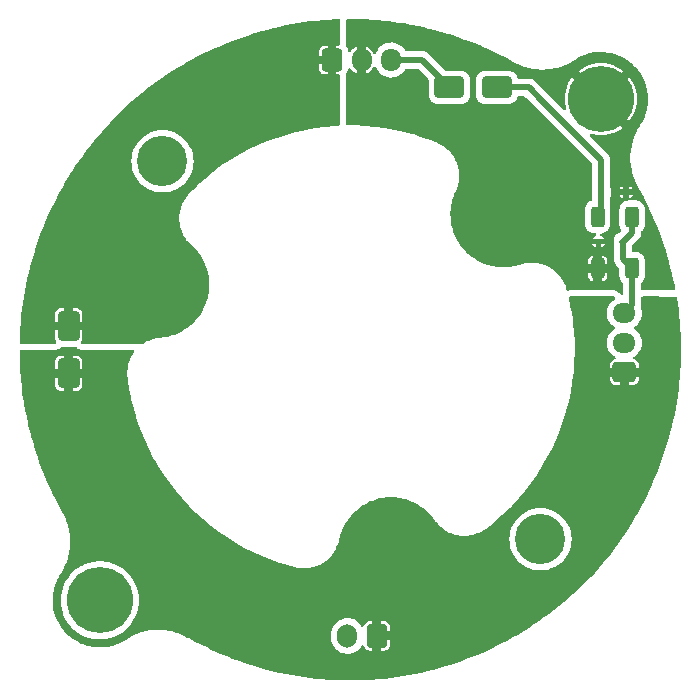
<source format=gtl>
G04 #@! TF.GenerationSoftware,KiCad,Pcbnew,7.0.7*
G04 #@! TF.CreationDate,2023-12-27T16:52:25+01:00*
G04 #@! TF.ProjectId,Roborock-CPAP,526f626f-726f-4636-9b2d-435041502e6b,rev?*
G04 #@! TF.SameCoordinates,Original*
G04 #@! TF.FileFunction,Copper,L1,Top*
G04 #@! TF.FilePolarity,Positive*
%FSLAX46Y46*%
G04 Gerber Fmt 4.6, Leading zero omitted, Abs format (unit mm)*
G04 Created by KiCad (PCBNEW 7.0.7) date 2023-12-27 16:52:25*
%MOMM*%
%LPD*%
G01*
G04 APERTURE LIST*
G04 Aperture macros list*
%AMRoundRect*
0 Rectangle with rounded corners*
0 $1 Rounding radius*
0 $2 $3 $4 $5 $6 $7 $8 $9 X,Y pos of 4 corners*
0 Add a 4 corners polygon primitive as box body*
4,1,4,$2,$3,$4,$5,$6,$7,$8,$9,$2,$3,0*
0 Add four circle primitives for the rounded corners*
1,1,$1+$1,$2,$3*
1,1,$1+$1,$4,$5*
1,1,$1+$1,$6,$7*
1,1,$1+$1,$8,$9*
0 Add four rect primitives between the rounded corners*
20,1,$1+$1,$2,$3,$4,$5,0*
20,1,$1+$1,$4,$5,$6,$7,0*
20,1,$1+$1,$6,$7,$8,$9,0*
20,1,$1+$1,$8,$9,$2,$3,0*%
G04 Aperture macros list end*
G04 #@! TA.AperFunction,SMDPad,CuDef*
%ADD10RoundRect,0.250000X0.312500X0.625000X-0.312500X0.625000X-0.312500X-0.625000X0.312500X-0.625000X0*%
G04 #@! TD*
G04 #@! TA.AperFunction,SMDPad,CuDef*
%ADD11R,0.600000X0.450000*%
G04 #@! TD*
G04 #@! TA.AperFunction,SMDPad,CuDef*
%ADD12RoundRect,0.250000X1.000000X0.650000X-1.000000X0.650000X-1.000000X-0.650000X1.000000X-0.650000X0*%
G04 #@! TD*
G04 #@! TA.AperFunction,ConnectorPad*
%ADD13C,5.600000*%
G04 #@! TD*
G04 #@! TA.AperFunction,ComponentPad*
%ADD14C,3.600000*%
G04 #@! TD*
G04 #@! TA.AperFunction,ComponentPad*
%ADD15RoundRect,0.250000X0.725000X-0.600000X0.725000X0.600000X-0.725000X0.600000X-0.725000X-0.600000X0*%
G04 #@! TD*
G04 #@! TA.AperFunction,ComponentPad*
%ADD16O,1.950000X1.700000*%
G04 #@! TD*
G04 #@! TA.AperFunction,ComponentPad*
%ADD17RoundRect,0.250000X-0.600000X-0.725000X0.600000X-0.725000X0.600000X0.725000X-0.600000X0.725000X0*%
G04 #@! TD*
G04 #@! TA.AperFunction,ComponentPad*
%ADD18O,1.700000X1.950000*%
G04 #@! TD*
G04 #@! TA.AperFunction,SMDPad,CuDef*
%ADD19RoundRect,0.250000X0.650000X-1.000000X0.650000X1.000000X-0.650000X1.000000X-0.650000X-1.000000X0*%
G04 #@! TD*
G04 #@! TA.AperFunction,SMDPad,CuDef*
%ADD20RoundRect,0.112500X0.187500X0.112500X-0.187500X0.112500X-0.187500X-0.112500X0.187500X-0.112500X0*%
G04 #@! TD*
G04 #@! TA.AperFunction,ComponentPad*
%ADD21RoundRect,0.250000X0.600000X0.750000X-0.600000X0.750000X-0.600000X-0.750000X0.600000X-0.750000X0*%
G04 #@! TD*
G04 #@! TA.AperFunction,ComponentPad*
%ADD22O,1.700000X2.000000*%
G04 #@! TD*
G04 #@! TA.AperFunction,ComponentPad*
%ADD23C,4.250000*%
G04 #@! TD*
G04 #@! TA.AperFunction,Conductor*
%ADD24C,0.500000*%
G04 #@! TD*
G04 APERTURE END LIST*
D10*
X177912500Y-88150000D03*
X174987500Y-88150000D03*
X177912500Y-83800000D03*
X174987500Y-83800000D03*
D11*
X175300000Y-81700000D03*
X177400000Y-81700000D03*
D12*
X166450000Y-72850000D03*
X162450000Y-72850000D03*
D13*
X132836798Y-116263203D03*
D14*
X132836798Y-116263203D03*
D15*
X177250000Y-96950000D03*
D16*
X177250000Y-94450000D03*
X177250000Y-91950000D03*
D17*
X152500000Y-70525000D03*
D18*
X155000000Y-70525000D03*
X157500000Y-70525000D03*
D19*
X130200000Y-97050000D03*
X130200000Y-93050000D03*
D20*
X177150000Y-85900000D03*
X175050000Y-85900000D03*
D14*
X175263204Y-73836797D03*
D13*
X175263204Y-73836797D03*
D21*
X156300000Y-119275000D03*
D22*
X153800000Y-119275000D03*
D23*
X138150000Y-79100000D03*
X170150000Y-111100000D03*
D24*
X177912500Y-91287500D02*
X177250000Y-91950000D01*
X177912500Y-88150000D02*
X177912500Y-91287500D01*
X177150000Y-87387500D02*
X177912500Y-88150000D01*
X177150000Y-85900000D02*
X177150000Y-87387500D01*
X177912500Y-85137500D02*
X177150000Y-85900000D01*
X177912500Y-83800000D02*
X177912500Y-85137500D01*
X175300000Y-83487500D02*
X174987500Y-83800000D01*
X175300000Y-81700000D02*
X175300000Y-83487500D01*
X175300000Y-79000000D02*
X175300000Y-81700000D01*
X170600000Y-74300000D02*
X175300000Y-79000000D01*
X160125000Y-70525000D02*
X162450000Y-72850000D01*
X157500000Y-70525000D02*
X160125000Y-70525000D01*
X177012500Y-91712500D02*
X177250000Y-91950000D01*
X177250000Y-91950000D02*
X177200000Y-92400000D01*
X166450000Y-72850000D02*
X169150000Y-72850000D01*
X174950000Y-84112500D02*
X175087500Y-84250000D01*
X170600000Y-74300000D02*
X169950000Y-73650000D01*
X169150000Y-72850000D02*
X170600000Y-74300000D01*
G04 #@! TA.AperFunction,Conductor*
G36*
X176373035Y-90540621D02*
G01*
X176441116Y-90560742D01*
X176487515Y-90614480D01*
X176497495Y-90684771D01*
X176467888Y-90749300D01*
X176443366Y-90771012D01*
X176268478Y-90889216D01*
X176268477Y-90889217D01*
X176101521Y-91049230D01*
X175964013Y-91235154D01*
X175859903Y-91441647D01*
X175826489Y-91550756D01*
X175792189Y-91662757D01*
X175764514Y-91878880D01*
X175762815Y-91892144D01*
X175772630Y-92123178D01*
X175821351Y-92349240D01*
X175907575Y-92563815D01*
X175907577Y-92563819D01*
X176023307Y-92751775D01*
X176028821Y-92760730D01*
X176181602Y-92934324D01*
X176361524Y-93079600D01*
X176382733Y-93091448D01*
X176432446Y-93142129D01*
X176446869Y-93211645D01*
X176421418Y-93277923D01*
X176391839Y-93305838D01*
X176268478Y-93389216D01*
X176268477Y-93389217D01*
X176101521Y-93549230D01*
X175964013Y-93735154D01*
X175859903Y-93941647D01*
X175815200Y-94087618D01*
X175792189Y-94162757D01*
X175771491Y-94324395D01*
X175762815Y-94392144D01*
X175772630Y-94623178D01*
X175821351Y-94849240D01*
X175860581Y-94946866D01*
X175906542Y-95061246D01*
X175907575Y-95063815D01*
X175907577Y-95063819D01*
X176028819Y-95260727D01*
X176028822Y-95260731D01*
X176138207Y-95385018D01*
X176181602Y-95434324D01*
X176361524Y-95579600D01*
X176443431Y-95625356D01*
X176493145Y-95676038D01*
X176507566Y-95745555D01*
X176482115Y-95811832D01*
X176424872Y-95853829D01*
X176423125Y-95854350D01*
X176282910Y-95906647D01*
X176167810Y-95992810D01*
X176081647Y-96107910D01*
X176031400Y-96242628D01*
X176025000Y-96302159D01*
X176025000Y-96575000D01*
X176697638Y-96575000D01*
X176765759Y-96595002D01*
X176812252Y-96648658D01*
X176822356Y-96718932D01*
X176815615Y-96741883D01*
X176816020Y-96742002D01*
X176775000Y-96881704D01*
X176775000Y-97018295D01*
X176816020Y-97157998D01*
X176813967Y-97158600D01*
X176822357Y-97216924D01*
X176792867Y-97281507D01*
X176733144Y-97319894D01*
X176697638Y-97325000D01*
X176025000Y-97325000D01*
X176025000Y-97597840D01*
X176031400Y-97657371D01*
X176081647Y-97792089D01*
X176167810Y-97907189D01*
X176282910Y-97993352D01*
X176417628Y-98043599D01*
X176477159Y-98049999D01*
X176477176Y-98050000D01*
X176875000Y-98050000D01*
X176875000Y-97496992D01*
X176895002Y-97428871D01*
X176948658Y-97382378D01*
X177018932Y-97372274D01*
X177053335Y-97382375D01*
X177114801Y-97410446D01*
X177114805Y-97410446D01*
X177114807Y-97410447D01*
X177216018Y-97424999D01*
X177216023Y-97425000D01*
X177216025Y-97425000D01*
X177283977Y-97425000D01*
X177283979Y-97424999D01*
X177385199Y-97410446D01*
X177446660Y-97382377D01*
X177516931Y-97372274D01*
X177581512Y-97401767D01*
X177619896Y-97461493D01*
X177625000Y-97496992D01*
X177625000Y-98050000D01*
X178022824Y-98050000D01*
X178022840Y-98049999D01*
X178082371Y-98043599D01*
X178217089Y-97993352D01*
X178332189Y-97907189D01*
X178418352Y-97792089D01*
X178468599Y-97657371D01*
X178474999Y-97597840D01*
X178475000Y-97597823D01*
X178475000Y-97325000D01*
X177802362Y-97325000D01*
X177734241Y-97304998D01*
X177687748Y-97251342D01*
X177677644Y-97181068D01*
X177684384Y-97158116D01*
X177683980Y-97157998D01*
X177725000Y-97018295D01*
X177725000Y-96881704D01*
X177683980Y-96742002D01*
X177686032Y-96741399D01*
X177677643Y-96683076D01*
X177707133Y-96618493D01*
X177766856Y-96580106D01*
X177802362Y-96575000D01*
X178475000Y-96575000D01*
X178475000Y-96302176D01*
X178474999Y-96302159D01*
X178468599Y-96242628D01*
X178418352Y-96107910D01*
X178332189Y-95992810D01*
X178217089Y-95906647D01*
X178078144Y-95854824D01*
X178021308Y-95812277D01*
X177996497Y-95745757D01*
X178011588Y-95676383D01*
X178051616Y-95632378D01*
X178231523Y-95510783D01*
X178398476Y-95350772D01*
X178535985Y-95164847D01*
X178640095Y-94958357D01*
X178707811Y-94737243D01*
X178737184Y-94507865D01*
X178736507Y-94491935D01*
X178727369Y-94276821D01*
X178708913Y-94191190D01*
X178678649Y-94050762D01*
X178592426Y-93836187D01*
X178560425Y-93784215D01*
X178471180Y-93639272D01*
X178471179Y-93639270D01*
X178318398Y-93465676D01*
X178138476Y-93320400D01*
X178117264Y-93308550D01*
X178067552Y-93257869D01*
X178053131Y-93188352D01*
X178078582Y-93122074D01*
X178108161Y-93094161D01*
X178231523Y-93010783D01*
X178398476Y-92850772D01*
X178535985Y-92664847D01*
X178640095Y-92458357D01*
X178707811Y-92237243D01*
X178737184Y-92007865D01*
X178733275Y-91915854D01*
X178727369Y-91776821D01*
X178699128Y-91645786D01*
X178678649Y-91550762D01*
X178662722Y-91511126D01*
X178655881Y-91440460D01*
X178657023Y-91435122D01*
X178671000Y-91376156D01*
X178671000Y-91376153D01*
X178671852Y-91368868D01*
X178671918Y-91368875D01*
X178672684Y-91361377D01*
X178672618Y-91361372D01*
X178673256Y-91354065D01*
X178673258Y-91354058D01*
X178671000Y-91276454D01*
X178671000Y-90670889D01*
X178691002Y-90602768D01*
X178744658Y-90556275D01*
X178797220Y-90544889D01*
X181573737Y-90549777D01*
X181641817Y-90569898D01*
X181688216Y-90623636D01*
X181697860Y-90655454D01*
X181701154Y-90675606D01*
X181769702Y-91109063D01*
X181844681Y-91706711D01*
X181897592Y-92148660D01*
X181949857Y-92743381D01*
X181986512Y-93192342D01*
X182016429Y-93784215D01*
X182036330Y-94238554D01*
X182044194Y-94827448D01*
X182046983Y-95285942D01*
X182033048Y-95871419D01*
X182018455Y-96332984D01*
X181982951Y-96914771D01*
X181950787Y-97378186D01*
X181893926Y-97955944D01*
X181844077Y-98420106D01*
X181766080Y-98993266D01*
X181698467Y-99457349D01*
X181599562Y-100025339D01*
X181514175Y-100488361D01*
X181394555Y-101050807D01*
X181291461Y-101511716D01*
X181151362Y-102068028D01*
X181030621Y-102526060D01*
X180870312Y-103075565D01*
X180732039Y-103529904D01*
X180551767Y-104072061D01*
X180396126Y-104521869D01*
X180196175Y-105056064D01*
X180023355Y-105500563D01*
X179804032Y-106026169D01*
X179614247Y-106464623D01*
X179375863Y-106981046D01*
X179231311Y-107283226D01*
X179169379Y-107412692D01*
X178912272Y-107919326D01*
X178689385Y-108343425D01*
X178413907Y-108839676D01*
X178174920Y-109255559D01*
X177881462Y-109740804D01*
X177626719Y-110147793D01*
X177315653Y-110621478D01*
X177045556Y-111018873D01*
X176717301Y-111480410D01*
X176432228Y-111867609D01*
X176087214Y-112316429D01*
X175787628Y-112692769D01*
X175426294Y-113128332D01*
X175112615Y-113493261D01*
X174735462Y-113914978D01*
X174408179Y-114267910D01*
X174015653Y-114675297D01*
X173675303Y-115015647D01*
X173267889Y-115408199D01*
X172915002Y-115735440D01*
X172493255Y-116112620D01*
X172128325Y-116426299D01*
X171692783Y-116787618D01*
X171316429Y-117087215D01*
X170867598Y-117432236D01*
X170480412Y-117717300D01*
X170018881Y-118045551D01*
X169621474Y-118315656D01*
X169147793Y-118626719D01*
X168740796Y-118881466D01*
X168255578Y-119174909D01*
X167839641Y-119413927D01*
X167343441Y-119689376D01*
X166919317Y-119912277D01*
X166412675Y-120169387D01*
X165981038Y-120375867D01*
X165464636Y-120614241D01*
X165026150Y-120804040D01*
X164500572Y-121023351D01*
X164056012Y-121196194D01*
X163521909Y-121396111D01*
X163072009Y-121551785D01*
X162529916Y-121732035D01*
X162075542Y-121870319D01*
X161526071Y-122030619D01*
X161068007Y-122151367D01*
X160511725Y-122291459D01*
X160050787Y-122394559D01*
X159488367Y-122514173D01*
X159025327Y-122599564D01*
X158457350Y-122698467D01*
X157993266Y-122766080D01*
X157420106Y-122844077D01*
X156955940Y-122893926D01*
X156378189Y-122950787D01*
X155914807Y-122982948D01*
X155332952Y-123018456D01*
X154871502Y-123033045D01*
X154285939Y-123046983D01*
X153827449Y-123044194D01*
X153238554Y-123036330D01*
X152784216Y-123016429D01*
X152192344Y-122986512D01*
X151743368Y-122949855D01*
X151148663Y-122897592D01*
X150706701Y-122844680D01*
X150109060Y-122769701D01*
X149675754Y-122701177D01*
X149074927Y-122603009D01*
X148652496Y-122519780D01*
X148047757Y-122397755D01*
X147638772Y-122301034D01*
X147028958Y-122154218D01*
X146636979Y-122045771D01*
X146019993Y-121872748D01*
X145649926Y-121755183D01*
X145022243Y-121553729D01*
X144682039Y-121431357D01*
X144037125Y-121197615D01*
X143740936Y-121078289D01*
X143065972Y-120804884D01*
X142844253Y-120705693D01*
X142110214Y-120376114D01*
X142051616Y-120347202D01*
X141176500Y-119914534D01*
X140930568Y-119781354D01*
X140379094Y-119482713D01*
X152441500Y-119482713D01*
X152456198Y-119655417D01*
X152456199Y-119655421D01*
X152506728Y-119849475D01*
X152514470Y-119879207D01*
X152567991Y-119997609D01*
X152601989Y-120072823D01*
X152609722Y-120089929D01*
X152739217Y-120281523D01*
X152899228Y-120448476D01*
X152899230Y-120448478D01*
X153085154Y-120585986D01*
X153141195Y-120614241D01*
X153291643Y-120690095D01*
X153512757Y-120757811D01*
X153742135Y-120787184D01*
X153973178Y-120777369D01*
X154199238Y-120728649D01*
X154413813Y-120642426D01*
X154610730Y-120521179D01*
X154784324Y-120368398D01*
X154929600Y-120188476D01*
X154975357Y-120106566D01*
X155026038Y-120056854D01*
X155095554Y-120042433D01*
X155161832Y-120067883D01*
X155203829Y-120125127D01*
X155204350Y-120126874D01*
X155256647Y-120267089D01*
X155342810Y-120382189D01*
X155457910Y-120468352D01*
X155592628Y-120518599D01*
X155652159Y-120524999D01*
X155652176Y-120525000D01*
X155925000Y-120525000D01*
X155925000Y-119849475D01*
X155945002Y-119781354D01*
X155998658Y-119734861D01*
X156068932Y-119724757D01*
X156103337Y-119734860D01*
X156157685Y-119759680D01*
X156157690Y-119759680D01*
X156157691Y-119759681D01*
X156210960Y-119767340D01*
X156264237Y-119775000D01*
X156335763Y-119775000D01*
X156442315Y-119759680D01*
X156496659Y-119734861D01*
X156566930Y-119724757D01*
X156631511Y-119754250D01*
X156669896Y-119813975D01*
X156675000Y-119849475D01*
X156675000Y-120525000D01*
X156947824Y-120525000D01*
X156947840Y-120524999D01*
X157007371Y-120518599D01*
X157142089Y-120468352D01*
X157257189Y-120382189D01*
X157343352Y-120267089D01*
X157393599Y-120132371D01*
X157399999Y-120072840D01*
X157400000Y-120072823D01*
X157400000Y-119650000D01*
X156879315Y-119650000D01*
X156811194Y-119629998D01*
X156764701Y-119576342D01*
X156754597Y-119506068D01*
X156758419Y-119488502D01*
X156800000Y-119346889D01*
X156800000Y-119203110D01*
X156758419Y-119061498D01*
X156758419Y-118990501D01*
X156796803Y-118930775D01*
X156861384Y-118901282D01*
X156879315Y-118900000D01*
X157400000Y-118900000D01*
X157400000Y-118477176D01*
X157399999Y-118477159D01*
X157393599Y-118417628D01*
X157343352Y-118282910D01*
X157257189Y-118167810D01*
X157142089Y-118081647D01*
X157007371Y-118031400D01*
X156947840Y-118025000D01*
X156675000Y-118025000D01*
X156675000Y-118700524D01*
X156654998Y-118768645D01*
X156601342Y-118815138D01*
X156531068Y-118825242D01*
X156496658Y-118815138D01*
X156482705Y-118808766D01*
X156442315Y-118790320D01*
X156442308Y-118790318D01*
X156335768Y-118775000D01*
X156335763Y-118775000D01*
X156264237Y-118775000D01*
X156264231Y-118775000D01*
X156157691Y-118790318D01*
X156157684Y-118790320D01*
X156103342Y-118815138D01*
X156033068Y-118825241D01*
X155968487Y-118795748D01*
X155930104Y-118736022D01*
X155925000Y-118700524D01*
X155925000Y-118025000D01*
X155652159Y-118025000D01*
X155592628Y-118031400D01*
X155457910Y-118081647D01*
X155342810Y-118167810D01*
X155256648Y-118282909D01*
X155204824Y-118421856D01*
X155162277Y-118478691D01*
X155095757Y-118503502D01*
X155026383Y-118488411D01*
X154982376Y-118448380D01*
X154964449Y-118421856D01*
X154860783Y-118268477D01*
X154700772Y-118101524D01*
X154700771Y-118101523D01*
X154700769Y-118101521D01*
X154514845Y-117964013D01*
X154364548Y-117888236D01*
X154308357Y-117859905D01*
X154308354Y-117859904D01*
X154308352Y-117859903D01*
X154182466Y-117821351D01*
X154087243Y-117792189D01*
X153857865Y-117762816D01*
X153857861Y-117762816D01*
X153857853Y-117762815D01*
X153626821Y-117772630D01*
X153400759Y-117821351D01*
X153186184Y-117907575D01*
X153186180Y-117907577D01*
X152989272Y-118028819D01*
X152989268Y-118028822D01*
X152815676Y-118181601D01*
X152699550Y-118325422D01*
X152670400Y-118361524D01*
X152598866Y-118489573D01*
X152557619Y-118563410D01*
X152480582Y-118781442D01*
X152480582Y-118781443D01*
X152480581Y-118781450D01*
X152441500Y-119009375D01*
X152441500Y-119009377D01*
X152441500Y-119009378D01*
X152441500Y-119482713D01*
X140379094Y-119482713D01*
X140262412Y-119419526D01*
X140261853Y-119419210D01*
X140261854Y-119419210D01*
X140077816Y-119315036D01*
X140077817Y-119315036D01*
X140077813Y-119315034D01*
X140077811Y-119315033D01*
X139837747Y-119204831D01*
X139772620Y-119171822D01*
X139759669Y-119168989D01*
X139693413Y-119138574D01*
X139693410Y-119138572D01*
X139693408Y-119138572D01*
X139397075Y-119031801D01*
X139353605Y-119014563D01*
X139346768Y-119013676D01*
X139324448Y-119005634D01*
X139295489Y-118995200D01*
X138923796Y-118895808D01*
X138921921Y-118895257D01*
X138921693Y-118895246D01*
X138886881Y-118885937D01*
X138651604Y-118843911D01*
X138470508Y-118811563D01*
X138470507Y-118811563D01*
X138440272Y-118808766D01*
X138437017Y-118807474D01*
X138409030Y-118805877D01*
X138262259Y-118792303D01*
X138258734Y-118791877D01*
X138226480Y-118787049D01*
X138216244Y-118788047D01*
X138049338Y-118772611D01*
X138049337Y-118772611D01*
X137626386Y-118769357D01*
X137626385Y-118769357D01*
X137626384Y-118769357D01*
X137469427Y-118781442D01*
X137204669Y-118801827D01*
X137060832Y-118825242D01*
X136787198Y-118869786D01*
X136787199Y-118869786D01*
X136688407Y-118894582D01*
X136376959Y-118972752D01*
X136342855Y-118984450D01*
X136342673Y-118984458D01*
X136340715Y-118985184D01*
X136174043Y-119042355D01*
X136167785Y-119042635D01*
X136146737Y-119051556D01*
X136142594Y-119053142D01*
X135976869Y-119109989D01*
X135976869Y-119109990D01*
X135926988Y-119131965D01*
X135921601Y-119132665D01*
X135878031Y-119153533D01*
X135738970Y-119214798D01*
X135735918Y-119215195D01*
X135728207Y-119219333D01*
X135723817Y-119221474D01*
X135589810Y-119280512D01*
X135589806Y-119280514D01*
X135525806Y-119315435D01*
X135515614Y-119317648D01*
X135450403Y-119356580D01*
X135218525Y-119483108D01*
X135218524Y-119483108D01*
X135144325Y-119532169D01*
X135144320Y-119532173D01*
X135043413Y-119598896D01*
X135040791Y-119600538D01*
X134805036Y-119740301D01*
X134706345Y-119798566D01*
X134700994Y-119801387D01*
X134495679Y-119897373D01*
X134493312Y-119898465D01*
X134345264Y-119966698D01*
X134339871Y-119968888D01*
X134135604Y-120041029D01*
X133969281Y-120098080D01*
X133963916Y-120099658D01*
X133757644Y-120150504D01*
X133582131Y-120191413D01*
X133576861Y-120192407D01*
X133368841Y-120222542D01*
X133187654Y-120245780D01*
X133182537Y-120246225D01*
X132973973Y-120255836D01*
X132789756Y-120260648D01*
X132784850Y-120260585D01*
X132577233Y-120249828D01*
X132392391Y-120235879D01*
X132387746Y-120235354D01*
X132302733Y-120222542D01*
X132182766Y-120204461D01*
X131999483Y-120171722D01*
X131995132Y-120170785D01*
X131794546Y-120120121D01*
X131688812Y-120089923D01*
X131614950Y-120068827D01*
X131610939Y-120067535D01*
X131416497Y-119997609D01*
X131242586Y-119928219D01*
X131238925Y-119926622D01*
X131052376Y-119838105D01*
X130886087Y-119751305D01*
X130882802Y-119749463D01*
X130705841Y-119643182D01*
X130597336Y-119571702D01*
X130548952Y-119539828D01*
X130546066Y-119537808D01*
X130381481Y-119415606D01*
X130379229Y-119413854D01*
X130234566Y-119295920D01*
X130232057Y-119293762D01*
X130080220Y-119156096D01*
X130078004Y-119153986D01*
X129946018Y-119021999D01*
X129943912Y-119019789D01*
X129806223Y-118867927D01*
X129804075Y-118865430D01*
X129686146Y-118720771D01*
X129684394Y-118718520D01*
X129562172Y-118553907D01*
X129560178Y-118551058D01*
X129456828Y-118394177D01*
X129350523Y-118217177D01*
X129348697Y-118213919D01*
X129261891Y-118047616D01*
X129251160Y-118025000D01*
X129186228Y-117888158D01*
X129170202Y-117853246D01*
X129168972Y-117850377D01*
X129102393Y-117683511D01*
X129062268Y-117571936D01*
X129024302Y-117460701D01*
X129023355Y-117457682D01*
X128979879Y-117305455D01*
X128966701Y-117253281D01*
X128959482Y-117224702D01*
X128920324Y-117055540D01*
X128919693Y-117052463D01*
X128895546Y-116917281D01*
X128886512Y-116857339D01*
X128877588Y-116786911D01*
X128859287Y-116642475D01*
X128858966Y-116639296D01*
X128850173Y-116522787D01*
X128847807Y-116477132D01*
X128842544Y-116263206D01*
X129523439Y-116263206D01*
X129542862Y-116621440D01*
X129600901Y-116975472D01*
X129696882Y-117321162D01*
X129740661Y-117431040D01*
X129829675Y-117654446D01*
X129933551Y-117850377D01*
X129997720Y-117971413D01*
X129997722Y-117971417D01*
X130072460Y-118081647D01*
X130199056Y-118268362D01*
X130385967Y-118488411D01*
X130431314Y-118541798D01*
X130691760Y-118788507D01*
X130691775Y-118788520D01*
X130977384Y-119005634D01*
X131284793Y-119190596D01*
X131610397Y-119341236D01*
X131950381Y-119455790D01*
X132300756Y-119532914D01*
X132657416Y-119571703D01*
X132657424Y-119571703D01*
X133016172Y-119571703D01*
X133016180Y-119571703D01*
X133372840Y-119532914D01*
X133723215Y-119455790D01*
X134063199Y-119341236D01*
X134388803Y-119190596D01*
X134696212Y-119005634D01*
X134981821Y-118788520D01*
X134982321Y-118788047D01*
X135074717Y-118700524D01*
X135242282Y-118541798D01*
X135474540Y-118268362D01*
X135675873Y-117971418D01*
X135843921Y-117654446D01*
X135976713Y-117321164D01*
X136072693Y-116975477D01*
X136130734Y-116621440D01*
X136147439Y-116313322D01*
X136150157Y-116263206D01*
X136150157Y-116263199D01*
X136142721Y-116126053D01*
X136130734Y-115904966D01*
X136072693Y-115550929D01*
X135976713Y-115205242D01*
X135843921Y-114871960D01*
X135675873Y-114554988D01*
X135474540Y-114258044D01*
X135242282Y-113984608D01*
X135133402Y-113881471D01*
X134981835Y-113737898D01*
X134981820Y-113737885D01*
X134696216Y-113520775D01*
X134696210Y-113520771D01*
X134685566Y-113514367D01*
X134388803Y-113335810D01*
X134063199Y-113185170D01*
X133735665Y-113074811D01*
X133723224Y-113070619D01*
X133723223Y-113070618D01*
X133723215Y-113070616D01*
X133675713Y-113060159D01*
X133372852Y-112993494D01*
X133372828Y-112993490D01*
X133016187Y-112954703D01*
X133016180Y-112954703D01*
X132657416Y-112954703D01*
X132657408Y-112954703D01*
X132300767Y-112993490D01*
X132300743Y-112993494D01*
X131950385Y-113070615D01*
X131950371Y-113070619D01*
X131610399Y-113185169D01*
X131610396Y-113185170D01*
X131610397Y-113185170D01*
X131309724Y-113324276D01*
X131284787Y-113335813D01*
X130977385Y-113520771D01*
X130977379Y-113520775D01*
X130691775Y-113737885D01*
X130691760Y-113737898D01*
X130431314Y-113984607D01*
X130199054Y-114258046D01*
X129997722Y-114554988D01*
X129997720Y-114554992D01*
X129829674Y-114871962D01*
X129829670Y-114871971D01*
X129696882Y-115205243D01*
X129600901Y-115550933D01*
X129542862Y-115904965D01*
X129523439Y-116263199D01*
X129523439Y-116263206D01*
X128842544Y-116263206D01*
X128841630Y-116226067D01*
X128841631Y-116222912D01*
X128844162Y-116126053D01*
X128845835Y-116089747D01*
X128867298Y-115810967D01*
X128867618Y-115807864D01*
X128877449Y-115731212D01*
X128881917Y-115700366D01*
X128935706Y-115401858D01*
X128936343Y-115398778D01*
X128938966Y-115387523D01*
X128949475Y-115342432D01*
X128956561Y-115313688D01*
X129045783Y-115003078D01*
X129046715Y-115000118D01*
X129058880Y-114964647D01*
X129069641Y-114934178D01*
X129195978Y-114618930D01*
X129197216Y-114616054D01*
X129202443Y-114604711D01*
X129219887Y-114567399D01*
X129221078Y-114564994D01*
X129383519Y-114254942D01*
X129385061Y-114252180D01*
X129411946Y-114206829D01*
X129504412Y-114063123D01*
X129628529Y-113870674D01*
X129709871Y-113719076D01*
X129795619Y-113559264D01*
X129845060Y-113467120D01*
X130023779Y-113045456D01*
X130121036Y-112741114D01*
X130127237Y-112723038D01*
X130128304Y-112718783D01*
X130129384Y-112714991D01*
X130163188Y-112609214D01*
X130218088Y-112361060D01*
X130230201Y-112312804D01*
X130230201Y-112312806D01*
X130230886Y-112308596D01*
X130233915Y-112289989D01*
X130234573Y-112286556D01*
X130262119Y-112162052D01*
X130288134Y-111956919D01*
X130296755Y-111903965D01*
X130298161Y-111895332D01*
X130300295Y-111867609D01*
X130301464Y-111852425D01*
X130301775Y-111849376D01*
X130319742Y-111707717D01*
X130325561Y-111539449D01*
X130330631Y-111473614D01*
X130330123Y-111407590D01*
X130330637Y-111392733D01*
X130335574Y-111250015D01*
X130327959Y-111116575D01*
X130327861Y-111113505D01*
X130327378Y-111050662D01*
X130327378Y-111050663D01*
X130319077Y-110960917D01*
X130309484Y-110792784D01*
X130294154Y-110690370D01*
X130293731Y-110686865D01*
X130288425Y-110629495D01*
X130267551Y-110512634D01*
X130241690Y-110339860D01*
X130232327Y-110301624D01*
X130223677Y-110266303D01*
X130222863Y-110262451D01*
X130214052Y-110213123D01*
X130173708Y-110062253D01*
X130132758Y-109895023D01*
X130116639Y-109848231D01*
X130115344Y-109843990D01*
X130108060Y-109816751D01*
X130104789Y-109804516D01*
X130031818Y-109601990D01*
X130017281Y-109559789D01*
X129983603Y-109462017D01*
X129973529Y-109439658D01*
X129971709Y-109435162D01*
X129966103Y-109419601D01*
X129961418Y-109406596D01*
X129961418Y-109406598D01*
X129961416Y-109406593D01*
X129882060Y-109233724D01*
X129811116Y-109079180D01*
X129802894Y-109060931D01*
X129795475Y-109044465D01*
X129794827Y-109043290D01*
X129792753Y-109039179D01*
X129784957Y-109022196D01*
X129717833Y-108903612D01*
X129684927Y-108843914D01*
X129666883Y-108811673D01*
X129653306Y-108787414D01*
X129272563Y-108084331D01*
X129099534Y-107749690D01*
X128808991Y-107162036D01*
X128779816Y-107099987D01*
X128636757Y-106795730D01*
X128394102Y-106255288D01*
X128378300Y-106219965D01*
X128210149Y-105824265D01*
X128021606Y-105358801D01*
X127980733Y-105257346D01*
X127959964Y-105202854D01*
X127820404Y-104836681D01*
X127714105Y-104543390D01*
X127668660Y-104418004D01*
X127619190Y-104280474D01*
X127584530Y-104178100D01*
X127468164Y-103834391D01*
X127344779Y-103449953D01*
X127294171Y-103290648D01*
X127269785Y-103208558D01*
X127230278Y-103075565D01*
X127153972Y-102818692D01*
X127054208Y-102462943D01*
X127006143Y-102289212D01*
X126908756Y-101909503D01*
X126878353Y-101790962D01*
X126798863Y-101460794D01*
X126755536Y-101277583D01*
X126641788Y-100752616D01*
X126580181Y-100447306D01*
X126542686Y-100256992D01*
X126504822Y-100043695D01*
X126493428Y-99979512D01*
X126444686Y-99704940D01*
X126398786Y-99424019D01*
X126367946Y-99228997D01*
X126287450Y-98649388D01*
X126255300Y-98393130D01*
X126231569Y-98194910D01*
X126227791Y-98157371D01*
X126170431Y-97587464D01*
X126156154Y-97425000D01*
X129050000Y-97425000D01*
X129050000Y-98097840D01*
X129056400Y-98157371D01*
X129106647Y-98292089D01*
X129192810Y-98407189D01*
X129307910Y-98493352D01*
X129442628Y-98543599D01*
X129502159Y-98549999D01*
X129502176Y-98550000D01*
X129825000Y-98550000D01*
X129825000Y-97425000D01*
X130575000Y-97425000D01*
X130575000Y-98550000D01*
X130897824Y-98550000D01*
X130897840Y-98549999D01*
X130957371Y-98543599D01*
X131092089Y-98493352D01*
X131207189Y-98407189D01*
X131293352Y-98292089D01*
X131343599Y-98157371D01*
X131349999Y-98097840D01*
X131350000Y-98097823D01*
X131350000Y-97425000D01*
X130575000Y-97425000D01*
X129825000Y-97425000D01*
X129050000Y-97425000D01*
X126156154Y-97425000D01*
X126150130Y-97356458D01*
X126133777Y-97156146D01*
X126120442Y-96943468D01*
X126103608Y-96675000D01*
X129050000Y-96675000D01*
X129825000Y-96675000D01*
X129825000Y-95550000D01*
X130575000Y-95550000D01*
X130575000Y-96675000D01*
X131350000Y-96675000D01*
X131350000Y-96002176D01*
X131349999Y-96002159D01*
X131343599Y-95942628D01*
X131293352Y-95807910D01*
X131207189Y-95692810D01*
X131092089Y-95606647D01*
X130957371Y-95556400D01*
X130897840Y-95550000D01*
X130575000Y-95550000D01*
X129825000Y-95550000D01*
X129502159Y-95550000D01*
X129442628Y-95556400D01*
X129307910Y-95606647D01*
X129192810Y-95692810D01*
X129106647Y-95807910D01*
X129056400Y-95942628D01*
X129050000Y-96002159D01*
X129050000Y-96675000D01*
X126103608Y-96675000D01*
X126093916Y-96520424D01*
X126083567Y-96315678D01*
X126074741Y-96114168D01*
X126072643Y-96030015D01*
X126058173Y-95449753D01*
X126055805Y-95272400D01*
X126055285Y-95186833D01*
X126074871Y-95118596D01*
X126128243Y-95071777D01*
X126198454Y-95061246D01*
X126199085Y-95061334D01*
X126214150Y-95063500D01*
X126214154Y-95063500D01*
X129047996Y-95063500D01*
X129048002Y-95063500D01*
X129174997Y-95047549D01*
X129235383Y-95032136D01*
X129354482Y-94985275D01*
X129471487Y-94897686D01*
X129521692Y-94847481D01*
X129521692Y-94847480D01*
X129523770Y-94845403D01*
X129586083Y-94811378D01*
X129612865Y-94808499D01*
X130788200Y-94808499D01*
X130856321Y-94828501D01*
X130883430Y-94851993D01*
X130894685Y-94864983D01*
X130895597Y-94866096D01*
X131006256Y-94961980D01*
X131006259Y-94961982D01*
X131139208Y-95022698D01*
X131207329Y-95042700D01*
X131351998Y-95063500D01*
X135644559Y-95063500D01*
X135712680Y-95083502D01*
X135759173Y-95137158D01*
X135769277Y-95207432D01*
X135746156Y-95264026D01*
X135657407Y-95385011D01*
X135657401Y-95385020D01*
X135494702Y-95666067D01*
X135363281Y-95963033D01*
X135264680Y-96272433D01*
X135263655Y-96277481D01*
X135261010Y-96282486D01*
X135253440Y-96327775D01*
X135200042Y-96590672D01*
X135198447Y-96607913D01*
X135194582Y-96617646D01*
X135191124Y-96687063D01*
X135170121Y-96914037D01*
X135170588Y-96943468D01*
X135166566Y-96958012D01*
X135172052Y-97040738D01*
X135172182Y-97043907D01*
X135175272Y-97238736D01*
X135191700Y-97370442D01*
X135191696Y-97370481D01*
X135195306Y-97399365D01*
X135195307Y-97399365D01*
X135195369Y-97399861D01*
X135247571Y-97818919D01*
X135328143Y-98292747D01*
X135337862Y-98358352D01*
X135340349Y-98364523D01*
X135388789Y-98649388D01*
X135389159Y-98651560D01*
X135498923Y-99159368D01*
X135507754Y-99204502D01*
X135509512Y-99208355D01*
X135567600Y-99477090D01*
X135710850Y-100021443D01*
X135715896Y-100042117D01*
X135716705Y-100043695D01*
X135782543Y-100293876D01*
X136033562Y-101100306D01*
X136320163Y-101894787D01*
X136641779Y-102675750D01*
X136997774Y-103441653D01*
X137387447Y-104190983D01*
X137598441Y-104556108D01*
X137810027Y-104922259D01*
X138264679Y-105634039D01*
X138750507Y-106324917D01*
X139266550Y-106993527D01*
X139811789Y-107638549D01*
X140385147Y-108258710D01*
X140985493Y-108852785D01*
X141611640Y-109419601D01*
X142262351Y-109958037D01*
X142936343Y-110467032D01*
X143632283Y-110945578D01*
X144348798Y-111392733D01*
X145084471Y-111807611D01*
X145837851Y-112189394D01*
X146607449Y-112537329D01*
X146847695Y-112633329D01*
X146848779Y-112634180D01*
X146868978Y-112641833D01*
X147391746Y-112850727D01*
X147554754Y-112907603D01*
X147651331Y-112941301D01*
X147653996Y-112943208D01*
X147698623Y-112957802D01*
X148033972Y-113074811D01*
X148189192Y-113128970D01*
X148468084Y-113212580D01*
X148472397Y-113215386D01*
X148537762Y-113233469D01*
X148998213Y-113371509D01*
X149355671Y-113461550D01*
X149355707Y-113461572D01*
X149365281Y-113463985D01*
X149365292Y-113463991D01*
X149372173Y-113465722D01*
X149565161Y-113514367D01*
X149565160Y-113514367D01*
X149759660Y-113541518D01*
X149762781Y-113542033D01*
X149839622Y-113556723D01*
X149858320Y-113555290D01*
X149886788Y-113559264D01*
X150116427Y-113566286D01*
X150182103Y-113571092D01*
X150194855Y-113568684D01*
X150211382Y-113569190D01*
X150480969Y-113548240D01*
X150524240Y-113546387D01*
X150530859Y-113544363D01*
X150535151Y-113544030D01*
X150854314Y-113484079D01*
X151165144Y-113390035D01*
X151464010Y-113262998D01*
X151747422Y-113104451D01*
X152012070Y-112916246D01*
X152254862Y-112700581D01*
X152472964Y-112459975D01*
X152663827Y-112197238D01*
X152665962Y-112193509D01*
X152669940Y-112189689D01*
X152690786Y-112150165D01*
X152825222Y-111915439D01*
X152831842Y-111900288D01*
X152838487Y-111892361D01*
X152863264Y-111828388D01*
X152955266Y-111617868D01*
X152963861Y-111590459D01*
X152972152Y-111578060D01*
X152992795Y-111498457D01*
X152993651Y-111495463D01*
X153052438Y-111308002D01*
X153083734Y-111150090D01*
X153084335Y-111147382D01*
X153095977Y-111100001D01*
X167511687Y-111100001D01*
X167530922Y-111418010D01*
X167530923Y-111418013D01*
X167588351Y-111731389D01*
X167683135Y-112035563D01*
X167813884Y-112326074D01*
X167813887Y-112326080D01*
X167978710Y-112598732D01*
X168175188Y-112849519D01*
X168175200Y-112849532D01*
X168400467Y-113074799D01*
X168400480Y-113074811D01*
X168640682Y-113262996D01*
X168651267Y-113271289D01*
X168923915Y-113436110D01*
X168923917Y-113436111D01*
X168923919Y-113436112D01*
X168923925Y-113436115D01*
X169214436Y-113566864D01*
X169214437Y-113566864D01*
X169214441Y-113566866D01*
X169518610Y-113661648D01*
X169831987Y-113719077D01*
X170043995Y-113731900D01*
X170149999Y-113738313D01*
X170150000Y-113738313D01*
X170150001Y-113738313D01*
X170229503Y-113733504D01*
X170468013Y-113719077D01*
X170781390Y-113661648D01*
X171085559Y-113566866D01*
X171376085Y-113436110D01*
X171648733Y-113271289D01*
X171899525Y-113074806D01*
X172124806Y-112849525D01*
X172321289Y-112598733D01*
X172486110Y-112326085D01*
X172616866Y-112035559D01*
X172711648Y-111731390D01*
X172769077Y-111418013D01*
X172788313Y-111100000D01*
X172769077Y-110781987D01*
X172711648Y-110468610D01*
X172616866Y-110164441D01*
X172611778Y-110153136D01*
X172486115Y-109873925D01*
X172486112Y-109873919D01*
X172470583Y-109848231D01*
X172321289Y-109601267D01*
X172288793Y-109559789D01*
X172124811Y-109350480D01*
X172124799Y-109350467D01*
X171899532Y-109125200D01*
X171899519Y-109125188D01*
X171648732Y-108928710D01*
X171376080Y-108763887D01*
X171376074Y-108763884D01*
X171085563Y-108633135D01*
X170781389Y-108538351D01*
X170468013Y-108480923D01*
X170468010Y-108480922D01*
X170150001Y-108461687D01*
X170149999Y-108461687D01*
X169831989Y-108480922D01*
X169831986Y-108480923D01*
X169518610Y-108538351D01*
X169214436Y-108633135D01*
X168923925Y-108763884D01*
X168923919Y-108763887D01*
X168651267Y-108928710D01*
X168400480Y-109125188D01*
X168400467Y-109125200D01*
X168175200Y-109350467D01*
X168175188Y-109350480D01*
X167978710Y-109601267D01*
X167813887Y-109873919D01*
X167813884Y-109873925D01*
X167683135Y-110164436D01*
X167588351Y-110468610D01*
X167530923Y-110781986D01*
X167530922Y-110781989D01*
X167511687Y-111099998D01*
X167511687Y-111100001D01*
X153095977Y-111100001D01*
X153150040Y-110879967D01*
X153181177Y-110754220D01*
X153182750Y-110748894D01*
X153185983Y-110739496D01*
X153258577Y-110528442D01*
X153316703Y-110362388D01*
X153318655Y-110357492D01*
X153410334Y-110153102D01*
X153434179Y-110101204D01*
X153487676Y-109984765D01*
X153489969Y-109980267D01*
X153597851Y-109788304D01*
X153692647Y-109624514D01*
X153695243Y-109620405D01*
X153818851Y-109440641D01*
X153929890Y-109284653D01*
X153932689Y-109281014D01*
X154071263Y-109114041D01*
X154197368Y-108968098D01*
X154200334Y-108964900D01*
X154352876Y-108811649D01*
X154492810Y-108677520D01*
X154495880Y-108674769D01*
X154661259Y-108536218D01*
X154813716Y-108415372D01*
X154816839Y-108413054D01*
X154993747Y-108290198D01*
X155157334Y-108183891D01*
X155160467Y-108181984D01*
X155347556Y-108075697D01*
X155520755Y-107985021D01*
X155523841Y-107983512D01*
X155719687Y-107894573D01*
X155900923Y-107820429D01*
X155903902Y-107819301D01*
X156106958Y-107748402D01*
X156294539Y-107691535D01*
X156297404Y-107690742D01*
X156504762Y-107638773D01*
X156507350Y-107638186D01*
X156698340Y-107599393D01*
X156701048Y-107598907D01*
X156912164Y-107565875D01*
X156915137Y-107565484D01*
X157110053Y-107544662D01*
X157324660Y-107530725D01*
X157327820Y-107530603D01*
X157523695Y-107528166D01*
X157738646Y-107533650D01*
X157742101Y-107533835D01*
X157936980Y-107549759D01*
X158150662Y-107574630D01*
X158154321Y-107575166D01*
X158346416Y-107609229D01*
X158557209Y-107653327D01*
X158561052Y-107654259D01*
X158748573Y-107706051D01*
X158954821Y-107769079D01*
X158958764Y-107770430D01*
X159139970Y-107839350D01*
X159340166Y-107920927D01*
X159344179Y-107922730D01*
X159511838Y-108005259D01*
X159517195Y-108007896D01*
X159709921Y-108107571D01*
X159713984Y-108109867D01*
X159877023Y-108210141D01*
X160060978Y-108327443D01*
X160064979Y-108330219D01*
X160216158Y-108444044D01*
X160346366Y-108544686D01*
X160390348Y-108578681D01*
X160394267Y-108581973D01*
X160450373Y-108633135D01*
X160531147Y-108706791D01*
X160695270Y-108859191D01*
X160699033Y-108862996D01*
X160817361Y-108993243D01*
X160973087Y-109166535D01*
X160976635Y-109170855D01*
X161024053Y-109234099D01*
X161064029Y-109287418D01*
X161153077Y-109406593D01*
X161219028Y-109494859D01*
X161219921Y-109496172D01*
X161219966Y-109496238D01*
X161220247Y-109496651D01*
X161249067Y-109539009D01*
X161311212Y-109630545D01*
X161352126Y-109678664D01*
X161437515Y-109779090D01*
X161439502Y-109781549D01*
X161487491Y-109844095D01*
X161502518Y-109855540D01*
X161521565Y-109877941D01*
X161521568Y-109877944D01*
X161687173Y-110034721D01*
X161733595Y-110082567D01*
X161744858Y-110089331D01*
X161757399Y-110101204D01*
X161971054Y-110263590D01*
X162005432Y-110291656D01*
X162011873Y-110294614D01*
X162015934Y-110297701D01*
X162294170Y-110465157D01*
X162445843Y-110535389D01*
X162588853Y-110601610D01*
X162588856Y-110601611D01*
X162739839Y-110652574D01*
X162896536Y-110705466D01*
X163050589Y-110739496D01*
X163213631Y-110775512D01*
X163213637Y-110775513D01*
X163371042Y-110792784D01*
X163536435Y-110810932D01*
X163861175Y-110811310D01*
X163861175Y-110811309D01*
X163861177Y-110811310D01*
X163909679Y-110806102D01*
X164184060Y-110776643D01*
X164501318Y-110707335D01*
X164506140Y-110705719D01*
X164511789Y-110705506D01*
X164554716Y-110689449D01*
X164809245Y-110604195D01*
X164824922Y-110596979D01*
X164835282Y-110595458D01*
X164897065Y-110563777D01*
X165104243Y-110468430D01*
X165129461Y-110453332D01*
X165144065Y-110449542D01*
X165212935Y-110403450D01*
X165215616Y-110401753D01*
X165382868Y-110301623D01*
X165511616Y-110204217D01*
X165511957Y-110203960D01*
X165511958Y-110203961D01*
X165512357Y-110203660D01*
X165518995Y-110198640D01*
X165849171Y-109948922D01*
X165849170Y-109948921D01*
X166219300Y-109642173D01*
X166271215Y-109600987D01*
X166275320Y-109595745D01*
X166499466Y-109409983D01*
X166884487Y-109060902D01*
X166919046Y-109030787D01*
X166921502Y-109027342D01*
X167125175Y-108842683D01*
X167525062Y-108446360D01*
X167540329Y-108431764D01*
X167541299Y-108430268D01*
X167725061Y-108248145D01*
X168297940Y-107627540D01*
X168842680Y-106982097D01*
X169358206Y-106313088D01*
X169843499Y-105621835D01*
X170297601Y-104909704D01*
X170719616Y-104178100D01*
X171108709Y-103428470D01*
X171464113Y-102662292D01*
X171785125Y-101881081D01*
X172071111Y-101086379D01*
X172321507Y-100279755D01*
X172535818Y-99462803D01*
X172713621Y-98637136D01*
X172854565Y-97804385D01*
X172958371Y-96966194D01*
X173024835Y-96124219D01*
X173053825Y-95280122D01*
X173045283Y-94435571D01*
X172999228Y-93592233D01*
X172915749Y-92751774D01*
X172878767Y-92495734D01*
X172878962Y-92494370D01*
X172875491Y-92473051D01*
X172795011Y-91915854D01*
X172743662Y-91645786D01*
X172743982Y-91642530D01*
X172734319Y-91596642D01*
X172690275Y-91364993D01*
X172637254Y-91086124D01*
X172570214Y-90802783D01*
X172570488Y-90797643D01*
X172553449Y-90731926D01*
X172543317Y-90689105D01*
X172547096Y-90618209D01*
X172588605Y-90560611D01*
X172654664Y-90534598D01*
X172666112Y-90534094D01*
X176373035Y-90540621D01*
G37*
G04 #@! TD.AperFunction*
G04 #@! TA.AperFunction,Conductor*
G36*
X153138737Y-67089805D02*
G01*
X153186902Y-67141965D01*
X153200000Y-67197903D01*
X153200000Y-69174000D01*
X153179998Y-69242121D01*
X153126342Y-69288614D01*
X153074000Y-69300000D01*
X152875000Y-69300000D01*
X152875000Y-69978007D01*
X152854998Y-70046128D01*
X152801342Y-70092621D01*
X152731068Y-70102725D01*
X152696659Y-70092621D01*
X152635202Y-70064555D01*
X152635192Y-70064552D01*
X152533981Y-70050000D01*
X152533975Y-70050000D01*
X152466025Y-70050000D01*
X152466018Y-70050000D01*
X152364807Y-70064552D01*
X152364797Y-70064555D01*
X152303341Y-70092621D01*
X152233067Y-70102724D01*
X152168487Y-70073231D01*
X152130104Y-70013504D01*
X152125000Y-69978007D01*
X152125000Y-69300000D01*
X151852159Y-69300000D01*
X151792628Y-69306400D01*
X151657910Y-69356647D01*
X151542810Y-69442810D01*
X151456647Y-69557910D01*
X151406400Y-69692628D01*
X151400000Y-69752159D01*
X151400000Y-70150000D01*
X151947638Y-70150000D01*
X152015759Y-70170002D01*
X152062252Y-70223658D01*
X152072356Y-70293932D01*
X152065615Y-70316883D01*
X152066020Y-70317002D01*
X152025000Y-70456704D01*
X152025000Y-70593295D01*
X152066020Y-70732998D01*
X152063967Y-70733600D01*
X152072357Y-70791924D01*
X152042867Y-70856507D01*
X151983144Y-70894894D01*
X151947638Y-70900000D01*
X151400000Y-70900000D01*
X151400000Y-71297840D01*
X151406400Y-71357371D01*
X151456647Y-71492089D01*
X151542810Y-71607189D01*
X151657910Y-71693352D01*
X151792628Y-71743599D01*
X151852159Y-71749999D01*
X151852176Y-71750000D01*
X152125000Y-71750000D01*
X152125000Y-71071992D01*
X152145002Y-71003871D01*
X152198658Y-70957378D01*
X152268932Y-70947274D01*
X152303335Y-70957375D01*
X152364801Y-70985446D01*
X152364805Y-70985446D01*
X152364807Y-70985447D01*
X152466018Y-70999999D01*
X152466023Y-71000000D01*
X152466025Y-71000000D01*
X152533977Y-71000000D01*
X152533979Y-70999999D01*
X152635199Y-70985446D01*
X152696660Y-70957377D01*
X152766931Y-70947274D01*
X152831512Y-70976767D01*
X152869896Y-71036493D01*
X152875000Y-71071992D01*
X152875000Y-71750000D01*
X153074000Y-71750000D01*
X153142121Y-71770002D01*
X153188614Y-71823658D01*
X153200000Y-71876000D01*
X153200000Y-75948024D01*
X153179998Y-76016145D01*
X153126342Y-76062638D01*
X153079647Y-76073897D01*
X152776614Y-76087492D01*
X151935383Y-76162792D01*
X151098329Y-76275393D01*
X150267103Y-76425072D01*
X149443349Y-76611535D01*
X148628692Y-76834412D01*
X147824742Y-77093263D01*
X147033086Y-77387578D01*
X146255288Y-77716774D01*
X145492885Y-78080203D01*
X144747381Y-78477145D01*
X144020249Y-78906818D01*
X143312924Y-79368372D01*
X142626805Y-79860897D01*
X142423512Y-80020980D01*
X142422228Y-80021494D01*
X142405413Y-80035232D01*
X141963246Y-80383418D01*
X141754991Y-80562958D01*
X141752007Y-80564311D01*
X141717025Y-80595689D01*
X141323557Y-80934906D01*
X141111678Y-81134652D01*
X141107086Y-81136986D01*
X141058667Y-81184627D01*
X140977218Y-81261412D01*
X140709002Y-81514269D01*
X140414916Y-81817334D01*
X140414568Y-81817693D01*
X140410113Y-81822288D01*
X140301824Y-81933847D01*
X140181346Y-82088344D01*
X140179340Y-82090788D01*
X140128071Y-82150134D01*
X140119938Y-82167093D01*
X140102126Y-82189934D01*
X139981534Y-82384792D01*
X139944370Y-82439505D01*
X139940059Y-82451810D01*
X139931231Y-82466075D01*
X139814869Y-82709410D01*
X139794677Y-82748120D01*
X139793106Y-82754922D01*
X139791137Y-82759039D01*
X139683471Y-83065419D01*
X139609497Y-83381633D01*
X139570082Y-83703954D01*
X139570080Y-83703987D01*
X139565678Y-84028671D01*
X139565679Y-84028694D01*
X139596343Y-84351974D01*
X139596346Y-84351997D01*
X139661714Y-84670060D01*
X139661715Y-84670062D01*
X139661716Y-84670068D01*
X139661719Y-84670078D01*
X139761039Y-84979262D01*
X139761040Y-84979264D01*
X139893139Y-85275914D01*
X139893145Y-85275925D01*
X139895438Y-85279866D01*
X139896767Y-85285266D01*
X139920806Y-85323454D01*
X140056493Y-85556598D01*
X140066441Y-85570094D01*
X140069998Y-85579851D01*
X140113203Y-85633534D01*
X140179532Y-85723520D01*
X140249173Y-85818000D01*
X140249178Y-85818006D01*
X140249184Y-85818013D01*
X140268763Y-85839313D01*
X140275376Y-85852737D01*
X140334136Y-85910549D01*
X140336335Y-85912824D01*
X140468940Y-86057085D01*
X140570237Y-86145794D01*
X140570269Y-86145837D01*
X140590005Y-86163108D01*
X140592126Y-86165051D01*
X140790612Y-86355422D01*
X140857826Y-86420122D01*
X140884146Y-86445458D01*
X140887990Y-86449501D01*
X141040898Y-86625287D01*
X141155688Y-86758706D01*
X141159003Y-86762908D01*
X141290125Y-86944438D01*
X141397241Y-87095593D01*
X141400031Y-87099890D01*
X141512311Y-87289262D01*
X141606749Y-87453234D01*
X141609021Y-87457560D01*
X141661244Y-87567111D01*
X141702892Y-87654481D01*
X141782445Y-87828602D01*
X141784226Y-87832917D01*
X141859509Y-88036323D01*
X141922854Y-88218524D01*
X141924163Y-88222767D01*
X141980582Y-88431393D01*
X142026777Y-88619660D01*
X142027644Y-88623782D01*
X142064921Y-88836156D01*
X142093353Y-89028650D01*
X142093810Y-89032608D01*
X142111742Y-89247122D01*
X142122014Y-89441961D01*
X142122100Y-89445718D01*
X142120603Y-89660794D01*
X142112530Y-89856140D01*
X142112285Y-89859660D01*
X142091396Y-90073630D01*
X142064992Y-90267631D01*
X142064461Y-90270890D01*
X142024349Y-90482103D01*
X141979804Y-90672989D01*
X141979033Y-90675964D01*
X141920416Y-90881329D01*
X141919573Y-90884048D01*
X141857709Y-91068739D01*
X141856744Y-91071417D01*
X141779827Y-91270673D01*
X141778650Y-91273513D01*
X141699233Y-91452702D01*
X141604028Y-91645463D01*
X141602489Y-91648384D01*
X141506707Y-91819154D01*
X141394503Y-92002525D01*
X141392578Y-92005482D01*
X141281361Y-92166272D01*
X141152998Y-92338865D01*
X141150668Y-92341811D01*
X141025118Y-92491140D01*
X140881573Y-92651593D01*
X140878824Y-92654477D01*
X140740194Y-92790994D01*
X140582514Y-92938066D01*
X140579339Y-92940834D01*
X140429087Y-93063272D01*
X140258352Y-93195848D01*
X140254751Y-93198447D01*
X140094477Y-93305705D01*
X139911839Y-93422741D01*
X139907819Y-93425112D01*
X139739421Y-93516192D01*
X139545894Y-93616828D01*
X139541466Y-93618916D01*
X139367314Y-93692923D01*
X139163612Y-93776458D01*
X139158796Y-93778208D01*
X138982279Y-93834333D01*
X138768252Y-93900261D01*
X138763075Y-93901618D01*
X138591106Y-93938971D01*
X138363114Y-93987198D01*
X138357615Y-93988109D01*
X138236783Y-94002680D01*
X137953205Y-94036327D01*
X137907007Y-94039753D01*
X137792272Y-94048122D01*
X137717646Y-94061781D01*
X137600553Y-94083214D01*
X137597441Y-94083704D01*
X137519245Y-94093993D01*
X137501806Y-94101289D01*
X137472842Y-94106591D01*
X137254383Y-94171583D01*
X137189677Y-94187876D01*
X137178164Y-94194259D01*
X137161576Y-94199194D01*
X136914226Y-94302982D01*
X136872673Y-94318743D01*
X136866873Y-94322852D01*
X136865704Y-94323342D01*
X136862131Y-94324841D01*
X136577991Y-94482071D01*
X136514161Y-94527020D01*
X136446948Y-94549887D01*
X136441615Y-94550000D01*
X131351998Y-94550000D01*
X131283877Y-94529998D01*
X131237384Y-94476342D01*
X131227280Y-94406068D01*
X131251130Y-94348490D01*
X131293353Y-94292087D01*
X131343599Y-94157371D01*
X131349999Y-94097840D01*
X131350000Y-94097823D01*
X131350000Y-93425000D01*
X129050000Y-93425000D01*
X129050000Y-94097840D01*
X129056400Y-94157371D01*
X129106646Y-94292087D01*
X129148870Y-94348490D01*
X129173681Y-94415010D01*
X129158590Y-94484385D01*
X129108388Y-94534587D01*
X129048002Y-94550000D01*
X126214150Y-94550000D01*
X126146029Y-94529998D01*
X126099536Y-94476342D01*
X126088782Y-94436609D01*
X126067587Y-94225858D01*
X126067302Y-94217554D01*
X126081492Y-93768740D01*
X126081513Y-93768332D01*
X126081732Y-93763976D01*
X126117055Y-93185143D01*
X126134012Y-92940834D01*
X126149210Y-92721849D01*
X126153821Y-92675000D01*
X129050000Y-92675000D01*
X129825000Y-92675000D01*
X129825000Y-91550000D01*
X130575000Y-91550000D01*
X130575000Y-92675000D01*
X131350000Y-92675000D01*
X131350000Y-92002176D01*
X131349999Y-92002159D01*
X131343599Y-91942628D01*
X131293352Y-91807910D01*
X131207189Y-91692810D01*
X131092089Y-91606647D01*
X130957371Y-91556400D01*
X130897840Y-91550000D01*
X130575000Y-91550000D01*
X129825000Y-91550000D01*
X129502159Y-91550000D01*
X129442628Y-91556400D01*
X129307910Y-91606647D01*
X129192810Y-91692810D01*
X129106647Y-91807910D01*
X129056400Y-91942628D01*
X129050000Y-92002159D01*
X129050000Y-92675000D01*
X126153821Y-92675000D01*
X126206088Y-92143927D01*
X126255923Y-91679902D01*
X126333942Y-91106580D01*
X126339066Y-91071417D01*
X126401519Y-90642741D01*
X126500478Y-90074440D01*
X126585809Y-89611723D01*
X126705474Y-89049060D01*
X126808526Y-88588340D01*
X126948659Y-88031893D01*
X127069372Y-87573966D01*
X127229729Y-87024297D01*
X127314324Y-86746334D01*
X127367956Y-86570114D01*
X127548252Y-86027884D01*
X127703861Y-85578168D01*
X127903851Y-85043867D01*
X128076648Y-84599432D01*
X128296005Y-84073745D01*
X128485746Y-83635396D01*
X128724163Y-83118897D01*
X128930607Y-82687338D01*
X129187752Y-82180627D01*
X129203779Y-82150134D01*
X129410584Y-81756633D01*
X129686170Y-81260187D01*
X129925026Y-80844531D01*
X130218602Y-80359093D01*
X130473246Y-79952262D01*
X130533245Y-79860897D01*
X130784396Y-79478448D01*
X131041615Y-79100001D01*
X135511687Y-79100001D01*
X135530922Y-79418010D01*
X135530923Y-79418013D01*
X135588351Y-79731389D01*
X135683135Y-80035563D01*
X135813884Y-80326074D01*
X135813887Y-80326080D01*
X135978710Y-80598732D01*
X136175188Y-80849519D01*
X136175200Y-80849532D01*
X136400467Y-81074799D01*
X136400480Y-81074811D01*
X136638032Y-81260920D01*
X136651267Y-81271289D01*
X136923915Y-81436110D01*
X136923917Y-81436111D01*
X136923919Y-81436112D01*
X136923925Y-81436115D01*
X137214436Y-81566864D01*
X137214437Y-81566864D01*
X137214441Y-81566866D01*
X137518610Y-81661648D01*
X137831987Y-81719077D01*
X138043995Y-81731901D01*
X138149999Y-81738313D01*
X138150000Y-81738313D01*
X138150001Y-81738313D01*
X138229503Y-81733504D01*
X138468013Y-81719077D01*
X138781390Y-81661648D01*
X139085559Y-81566866D01*
X139376085Y-81436110D01*
X139648733Y-81271289D01*
X139899525Y-81074806D01*
X140124806Y-80849525D01*
X140321289Y-80598733D01*
X140486110Y-80326085D01*
X140616866Y-80035559D01*
X140711648Y-79731390D01*
X140769077Y-79418013D01*
X140788313Y-79100000D01*
X140769077Y-78781987D01*
X140711648Y-78468610D01*
X140616866Y-78164441D01*
X140616864Y-78164436D01*
X140486115Y-77873925D01*
X140486112Y-77873919D01*
X140431479Y-77783545D01*
X140321289Y-77601267D01*
X140279240Y-77547595D01*
X140124811Y-77350480D01*
X140124799Y-77350467D01*
X139899532Y-77125200D01*
X139899519Y-77125188D01*
X139648732Y-76928710D01*
X139376080Y-76763887D01*
X139376074Y-76763884D01*
X139085563Y-76633135D01*
X138781389Y-76538351D01*
X138468013Y-76480923D01*
X138468010Y-76480922D01*
X138150001Y-76461687D01*
X138149999Y-76461687D01*
X137831989Y-76480922D01*
X137831986Y-76480923D01*
X137518610Y-76538351D01*
X137214436Y-76633135D01*
X136923925Y-76763884D01*
X136923919Y-76763887D01*
X136651267Y-76928710D01*
X136400480Y-77125188D01*
X136400467Y-77125200D01*
X136175200Y-77350467D01*
X136175188Y-77350480D01*
X135978710Y-77601267D01*
X135813887Y-77873919D01*
X135813884Y-77873925D01*
X135683135Y-78164436D01*
X135588351Y-78468610D01*
X135530923Y-78781986D01*
X135530922Y-78781989D01*
X135511687Y-79099998D01*
X135511687Y-79100001D01*
X131041615Y-79100001D01*
X131054402Y-79081187D01*
X131382756Y-78619511D01*
X131667724Y-78232455D01*
X132012821Y-77783525D01*
X132065959Y-77716774D01*
X132312298Y-77407320D01*
X132673787Y-76971572D01*
X132987308Y-76606826D01*
X133364597Y-76184957D01*
X133691772Y-75832141D01*
X134084401Y-75424648D01*
X134424649Y-75084400D01*
X134832183Y-74691732D01*
X135184917Y-74364632D01*
X135606787Y-73987343D01*
X135971639Y-73673730D01*
X136407228Y-73312374D01*
X136783538Y-73012811D01*
X137232421Y-72667750D01*
X137619583Y-72382705D01*
X138081164Y-72054417D01*
X138478447Y-71784396D01*
X138952289Y-71473228D01*
X139359123Y-71218584D01*
X139370686Y-71211591D01*
X139844518Y-70925033D01*
X140076157Y-70791924D01*
X140260301Y-70686105D01*
X140756598Y-70410602D01*
X140978594Y-70293932D01*
X141180681Y-70187725D01*
X141687328Y-69930612D01*
X142118936Y-69724145D01*
X142635418Y-69485736D01*
X143073754Y-69296001D01*
X143599439Y-69076645D01*
X143884795Y-68965699D01*
X144043868Y-68903851D01*
X144578202Y-68703849D01*
X145027797Y-68548281D01*
X145570165Y-68367939D01*
X145887956Y-68271223D01*
X146024267Y-68229738D01*
X146573998Y-68069363D01*
X147031861Y-67948667D01*
X147588343Y-67808525D01*
X148049039Y-67705479D01*
X148611712Y-67585811D01*
X149074429Y-67500480D01*
X149642702Y-67401526D01*
X150106549Y-67333946D01*
X150679941Y-67255917D01*
X151143982Y-67206082D01*
X151721844Y-67149211D01*
X152185099Y-67117058D01*
X152764146Y-67081721D01*
X152768703Y-67081492D01*
X152936592Y-67076184D01*
X153070019Y-67071966D01*
X153138737Y-67089805D01*
G37*
G04 #@! TD.AperFunction*
G04 #@! TA.AperFunction,Conductor*
G36*
X154272403Y-67055805D02*
G01*
X154366655Y-67057064D01*
X154977283Y-67072290D01*
X155165161Y-67076975D01*
X155257998Y-67081040D01*
X155315548Y-67083560D01*
X155438427Y-67089772D01*
X155769984Y-67110561D01*
X156208776Y-67138074D01*
X156356601Y-67150143D01*
X156506556Y-67163321D01*
X156813468Y-67194211D01*
X157249022Y-67238048D01*
X157393074Y-67255293D01*
X157565458Y-67276920D01*
X157569890Y-67277476D01*
X158284388Y-67376706D01*
X158424095Y-67398799D01*
X158626870Y-67431930D01*
X159180593Y-67530226D01*
X159313525Y-67553823D01*
X159447328Y-67580186D01*
X159676172Y-67626363D01*
X160335009Y-67769117D01*
X160460843Y-67798874D01*
X160716219Y-67860358D01*
X161347441Y-68022253D01*
X161382379Y-68031919D01*
X161462697Y-68054139D01*
X161745789Y-68133528D01*
X162349422Y-68312843D01*
X162449649Y-68344682D01*
X162763409Y-68445383D01*
X163339672Y-68640482D01*
X163417620Y-68668521D01*
X163526524Y-68707992D01*
X163767725Y-68795413D01*
X164316665Y-69004631D01*
X164358633Y-69021538D01*
X164757361Y-69183049D01*
X165197237Y-69369973D01*
X165273960Y-69402576D01*
X165277686Y-69404159D01*
X165730963Y-69607678D01*
X166218667Y-69836990D01*
X166687245Y-70068661D01*
X166942754Y-70200776D01*
X167142211Y-70303907D01*
X167707042Y-70609781D01*
X167842981Y-70685860D01*
X167998126Y-70771347D01*
X168022191Y-70784969D01*
X168024018Y-70785808D01*
X168028112Y-70787871D01*
X168043549Y-70796377D01*
X168153654Y-70845985D01*
X168232177Y-70881364D01*
X168406588Y-70961428D01*
X168406590Y-70961429D01*
X168406593Y-70961430D01*
X168406589Y-70961429D01*
X168412410Y-70963526D01*
X168420732Y-70966524D01*
X168425229Y-70968344D01*
X168461098Y-70984505D01*
X168461109Y-70984508D01*
X168461114Y-70984511D01*
X168678148Y-71059272D01*
X168774637Y-71094037D01*
X168802863Y-71104207D01*
X168804515Y-71104802D01*
X168807512Y-71105603D01*
X168828356Y-71111177D01*
X168832562Y-71112462D01*
X168871020Y-71125710D01*
X168894105Y-71133662D01*
X168961584Y-71150186D01*
X169111833Y-71186980D01*
X169185308Y-71206627D01*
X169213124Y-71214066D01*
X169228548Y-71216820D01*
X169245582Y-71219863D01*
X169249476Y-71220687D01*
X169275210Y-71226988D01*
X169338931Y-71242593D01*
X169475483Y-71263033D01*
X169548228Y-71273922D01*
X169629494Y-71288438D01*
X169629495Y-71288438D01*
X169668839Y-71292077D01*
X169672363Y-71292504D01*
X169724230Y-71300267D01*
X169791858Y-71310390D01*
X169987645Y-71321562D01*
X170046909Y-71327043D01*
X170050662Y-71327391D01*
X170050661Y-71327391D01*
X170051681Y-71327398D01*
X170094329Y-71327726D01*
X170097362Y-71327824D01*
X170249087Y-71336483D01*
X170428043Y-71330293D01*
X170473616Y-71330644D01*
X170473616Y-71330643D01*
X170473618Y-71330644D01*
X170479813Y-71330166D01*
X170519057Y-71327145D01*
X170706787Y-71320653D01*
X170865062Y-71300579D01*
X170868098Y-71300270D01*
X170890014Y-71298583D01*
X170895336Y-71298174D01*
X170895333Y-71298174D01*
X170935185Y-71291686D01*
X171161121Y-71263033D01*
X171298460Y-71232649D01*
X171301901Y-71231988D01*
X171312802Y-71230214D01*
X171337612Y-71223986D01*
X171608282Y-71164106D01*
X172044522Y-71024701D01*
X172466186Y-70845987D01*
X172869740Y-70629460D01*
X172977191Y-70560163D01*
X173062190Y-70505345D01*
X173213346Y-70408084D01*
X173245777Y-70388858D01*
X173248588Y-70387290D01*
X173572706Y-70217475D01*
X173575143Y-70216268D01*
X173604635Y-70202480D01*
X173605708Y-70201985D01*
X173606849Y-70201459D01*
X173609754Y-70200207D01*
X173945687Y-70065579D01*
X173964580Y-70058906D01*
X173988402Y-70050735D01*
X173991409Y-70049789D01*
X174329617Y-69952636D01*
X174342398Y-69949485D01*
X174346695Y-69948484D01*
X174384646Y-69939638D01*
X174387731Y-69939001D01*
X174721480Y-69878860D01*
X174727157Y-69878037D01*
X174731175Y-69877456D01*
X174764585Y-69873170D01*
X174791472Y-69869721D01*
X174794597Y-69869401D01*
X175116857Y-69844587D01*
X175126038Y-69844163D01*
X175180599Y-69842737D01*
X175204537Y-69842111D01*
X175207691Y-69842110D01*
X175511280Y-69849577D01*
X175522789Y-69850174D01*
X175584950Y-69854864D01*
X175619338Y-69857459D01*
X175622496Y-69857779D01*
X175899916Y-69892930D01*
X175917302Y-69895550D01*
X176031308Y-69915915D01*
X176034409Y-69916551D01*
X176277650Y-69972858D01*
X176281859Y-69973921D01*
X176305505Y-69979893D01*
X176435808Y-70017108D01*
X176438830Y-70018055D01*
X176600485Y-70073231D01*
X176638403Y-70086173D01*
X176683508Y-70102394D01*
X176828316Y-70160172D01*
X176831251Y-70161430D01*
X176973855Y-70226892D01*
X177047621Y-70261894D01*
X177204316Y-70343685D01*
X177207085Y-70345220D01*
X177268898Y-70381587D01*
X177312972Y-70408058D01*
X177394153Y-70456815D01*
X177444060Y-70489692D01*
X177551051Y-70560175D01*
X177553933Y-70562192D01*
X177718528Y-70684402D01*
X177720779Y-70686154D01*
X177801818Y-70752218D01*
X177861898Y-70801198D01*
X177865424Y-70804072D01*
X177867933Y-70806230D01*
X178019789Y-70943913D01*
X178021987Y-70946007D01*
X178153990Y-71078010D01*
X178156096Y-71080222D01*
X178293761Y-71232058D01*
X178295919Y-71234568D01*
X178413850Y-71379229D01*
X178415602Y-71381480D01*
X178537802Y-71546061D01*
X178539830Y-71548960D01*
X178643178Y-71705836D01*
X178749464Y-71882804D01*
X178751305Y-71886089D01*
X178838104Y-72052377D01*
X178926616Y-72238914D01*
X178928213Y-72242576D01*
X178997609Y-72416500D01*
X179067534Y-72610939D01*
X179068829Y-72614958D01*
X179120117Y-72794536D01*
X179170790Y-72995158D01*
X179171723Y-72999495D01*
X179204455Y-73182739D01*
X179235353Y-73387745D01*
X179235878Y-73392395D01*
X179249826Y-73577232D01*
X179260584Y-73784850D01*
X179260647Y-73789757D01*
X179255835Y-73973972D01*
X179246224Y-74182536D01*
X179245779Y-74187653D01*
X179222537Y-74368868D01*
X179192409Y-74576847D01*
X179191415Y-74582118D01*
X179150500Y-74757656D01*
X179099654Y-74963927D01*
X179098076Y-74969291D01*
X179041046Y-75135554D01*
X178968884Y-75339877D01*
X178966694Y-75345271D01*
X178897425Y-75495564D01*
X178801380Y-75701007D01*
X178798558Y-75706357D01*
X178740553Y-75804609D01*
X178600538Y-76040791D01*
X178598880Y-76043436D01*
X178570948Y-76085637D01*
X178570781Y-76085957D01*
X178483124Y-76218525D01*
X178356943Y-76449768D01*
X178319337Y-76512751D01*
X178315604Y-76525527D01*
X178295794Y-76561832D01*
X178280525Y-76589815D01*
X178243776Y-76673230D01*
X178223707Y-76718783D01*
X178221565Y-76723175D01*
X178220187Y-76725742D01*
X178219670Y-76727945D01*
X178153872Y-76877296D01*
X178133485Y-76919860D01*
X178132119Y-76926672D01*
X178110003Y-76976872D01*
X178110003Y-76976873D01*
X178110000Y-76976880D01*
X178101983Y-77000252D01*
X178055614Y-77135430D01*
X178054028Y-77139573D01*
X178049313Y-77150698D01*
X178048531Y-77156078D01*
X177985522Y-77339771D01*
X177984619Y-77342205D01*
X177984588Y-77342493D01*
X177972765Y-77376962D01*
X177955880Y-77444235D01*
X177925229Y-77566354D01*
X177924135Y-77570194D01*
X177915184Y-77598204D01*
X177914567Y-77608834D01*
X177880911Y-77742931D01*
X177869800Y-77787201D01*
X177801841Y-78204670D01*
X177769371Y-78626386D01*
X177769727Y-78672613D01*
X177772624Y-79049337D01*
X177803259Y-79380569D01*
X177805565Y-79420987D01*
X177807582Y-79427319D01*
X177811577Y-79470504D01*
X177811577Y-79470505D01*
X177878957Y-79847730D01*
X177880157Y-79855749D01*
X177880563Y-79856720D01*
X177885948Y-79886871D01*
X177885949Y-79886873D01*
X177895362Y-79922075D01*
X177895356Y-79922301D01*
X177896085Y-79924783D01*
X177940510Y-80090912D01*
X177988771Y-80271391D01*
X177995215Y-80295486D01*
X177995215Y-80295487D01*
X178013810Y-80347097D01*
X178014140Y-80352573D01*
X178032113Y-80397897D01*
X178138584Y-80693402D01*
X178169133Y-80759952D01*
X178170646Y-80770334D01*
X178205126Y-80838357D01*
X178315045Y-81077804D01*
X178315048Y-81077810D01*
X178418207Y-81260056D01*
X178419184Y-81261782D01*
X178905070Y-82159023D01*
X178923853Y-82195349D01*
X179328037Y-83012852D01*
X179347063Y-83051334D01*
X179374227Y-83106388D01*
X179375953Y-83110059D01*
X179378000Y-83114414D01*
X179705542Y-83843917D01*
X179804892Y-84065989D01*
X180078252Y-84740844D01*
X180197612Y-85037115D01*
X180431333Y-85681972D01*
X180553729Y-86022243D01*
X180755162Y-86649861D01*
X180872750Y-87020000D01*
X181045775Y-87636993D01*
X181154216Y-88028951D01*
X181301041Y-88638798D01*
X181397755Y-89047757D01*
X181519779Y-89652490D01*
X181565724Y-89885687D01*
X181559268Y-89956389D01*
X181515612Y-90012378D01*
X181448617Y-90035875D01*
X181441879Y-90036044D01*
X178796778Y-90031387D01*
X178728693Y-90011265D01*
X178682294Y-89957527D01*
X178671000Y-89905387D01*
X178671000Y-89453873D01*
X178691002Y-89385752D01*
X178707905Y-89364778D01*
X178824024Y-89248658D01*
X178824030Y-89248652D01*
X178917115Y-89097738D01*
X178972887Y-88929426D01*
X178983500Y-88825545D01*
X178983499Y-87474456D01*
X178979129Y-87431682D01*
X178972887Y-87370574D01*
X178951753Y-87306796D01*
X178917115Y-87202262D01*
X178824030Y-87051348D01*
X178824029Y-87051347D01*
X178824024Y-87051341D01*
X178698658Y-86925975D01*
X178698652Y-86925970D01*
X178620284Y-86877632D01*
X178547738Y-86832885D01*
X178463581Y-86804998D01*
X178379427Y-86777113D01*
X178379420Y-86777112D01*
X178275553Y-86766500D01*
X178275545Y-86766500D01*
X178034500Y-86766500D01*
X177966379Y-86746498D01*
X177919886Y-86692842D01*
X177908500Y-86640500D01*
X177908500Y-86290915D01*
X177913502Y-86255766D01*
X177917684Y-86241371D01*
X177923554Y-86221166D01*
X177955453Y-86167226D01*
X178403278Y-85719401D01*
X178417117Y-85707441D01*
X178436558Y-85692969D01*
X178470501Y-85652515D01*
X178474200Y-85648479D01*
X178480081Y-85642600D01*
X178490047Y-85629994D01*
X178500635Y-85616605D01*
X178536429Y-85573947D01*
X178550532Y-85557140D01*
X178550533Y-85557136D01*
X178550536Y-85557134D01*
X178554570Y-85551002D01*
X178554627Y-85551039D01*
X178558671Y-85544691D01*
X178558612Y-85544655D01*
X178562461Y-85538412D01*
X178562467Y-85538405D01*
X178595275Y-85468047D01*
X178630109Y-85398688D01*
X178630110Y-85398682D01*
X178632619Y-85391791D01*
X178632684Y-85391814D01*
X178635158Y-85384697D01*
X178635094Y-85384676D01*
X178637403Y-85377708D01*
X178653107Y-85301650D01*
X178659714Y-85273775D01*
X178671000Y-85226156D01*
X178671000Y-85226149D01*
X178671852Y-85218868D01*
X178671919Y-85218875D01*
X178672685Y-85211377D01*
X178672619Y-85211372D01*
X178673257Y-85204065D01*
X178673259Y-85204058D01*
X178671000Y-85126420D01*
X178671000Y-85103872D01*
X178691002Y-85035752D01*
X178707905Y-85014778D01*
X178824024Y-84898658D01*
X178824030Y-84898652D01*
X178917115Y-84747738D01*
X178972887Y-84579426D01*
X178983500Y-84475545D01*
X178983499Y-83124456D01*
X178972887Y-83020574D01*
X178917115Y-82852262D01*
X178824030Y-82701348D01*
X178824029Y-82701347D01*
X178824024Y-82701341D01*
X178698658Y-82575975D01*
X178698652Y-82575970D01*
X178698651Y-82575969D01*
X178547738Y-82482885D01*
X178444868Y-82448798D01*
X178379427Y-82427113D01*
X178379420Y-82427112D01*
X178275553Y-82416500D01*
X177789818Y-82416500D01*
X177721697Y-82396498D01*
X177675204Y-82342842D01*
X177675033Y-82341654D01*
X177637818Y-82391368D01*
X177571298Y-82416179D01*
X177562317Y-82416500D01*
X177549457Y-82416500D01*
X177445574Y-82427112D01*
X177277261Y-82482885D01*
X177126347Y-82575970D01*
X177126341Y-82575975D01*
X177000975Y-82701341D01*
X177000970Y-82701347D01*
X176907885Y-82852262D01*
X176852113Y-83020572D01*
X176852112Y-83020579D01*
X176841500Y-83124446D01*
X176841500Y-84475544D01*
X176852112Y-84579425D01*
X176852113Y-84579427D01*
X176907885Y-84747738D01*
X176978309Y-84861913D01*
X176997046Y-84930391D01*
X176975787Y-84998130D01*
X176960163Y-85017154D01*
X176807774Y-85169543D01*
X176753834Y-85201444D01*
X176713911Y-85213043D01*
X176578859Y-85292913D01*
X176578855Y-85292916D01*
X176467916Y-85403855D01*
X176467913Y-85403859D01*
X176388045Y-85538908D01*
X176388044Y-85538910D01*
X176388044Y-85538911D01*
X176382750Y-85557134D01*
X176344269Y-85689584D01*
X176341500Y-85724776D01*
X176341500Y-86075224D01*
X176344269Y-86110415D01*
X176386497Y-86255764D01*
X176391500Y-86290917D01*
X176391500Y-87323059D01*
X176390170Y-87341319D01*
X176388682Y-87351482D01*
X176386659Y-87365289D01*
X176391238Y-87417628D01*
X176391260Y-87417872D01*
X176391500Y-87423366D01*
X176391500Y-87431682D01*
X176395347Y-87464594D01*
X176402112Y-87541919D01*
X176403596Y-87549106D01*
X176403531Y-87549119D01*
X176405165Y-87556489D01*
X176405229Y-87556475D01*
X176406921Y-87563616D01*
X176433473Y-87636564D01*
X176457885Y-87710236D01*
X176460987Y-87716888D01*
X176460926Y-87716916D01*
X176464211Y-87723702D01*
X176464270Y-87723673D01*
X176467560Y-87730224D01*
X176467564Y-87730231D01*
X176467565Y-87730232D01*
X176503528Y-87784911D01*
X176510233Y-87795105D01*
X176550967Y-87861148D01*
X176555522Y-87866908D01*
X176555468Y-87866950D01*
X176560228Y-87872792D01*
X176560279Y-87872750D01*
X176564993Y-87878368D01*
X176564998Y-87878373D01*
X176564999Y-87878374D01*
X176621482Y-87931663D01*
X176804596Y-88114777D01*
X176838620Y-88177087D01*
X176841500Y-88203871D01*
X176841500Y-88825544D01*
X176852112Y-88929425D01*
X176907885Y-89097738D01*
X177000970Y-89248652D01*
X177000975Y-89248658D01*
X177117095Y-89364778D01*
X177151121Y-89427090D01*
X177154000Y-89453873D01*
X177154000Y-90282342D01*
X177133998Y-90350463D01*
X177080342Y-90396956D01*
X177010068Y-90407060D01*
X176945488Y-90377566D01*
X176921883Y-90350277D01*
X176876184Y-90278893D01*
X176829786Y-90225155D01*
X176719496Y-90129248D01*
X176586657Y-90068299D01*
X176586650Y-90068297D01*
X176547774Y-90056808D01*
X176518587Y-90048182D01*
X176518569Y-90048176D01*
X176423221Y-90034296D01*
X176373939Y-90027122D01*
X172661142Y-90020584D01*
X172649395Y-90020833D01*
X172632079Y-90021595D01*
X172608757Y-90023154D01*
X172608745Y-90023155D01*
X172506338Y-90047386D01*
X172435442Y-90043606D01*
X172377844Y-90002096D01*
X172356125Y-89959210D01*
X172351029Y-89941277D01*
X172341665Y-89908319D01*
X172341666Y-89908203D01*
X172283057Y-89701802D01*
X172283053Y-89701789D01*
X172271466Y-89673186D01*
X172209131Y-89519315D01*
X172208031Y-89516390D01*
X172182396Y-89442681D01*
X172171829Y-89427236D01*
X172161123Y-89400807D01*
X172052132Y-89197951D01*
X172023566Y-89138898D01*
X172015135Y-89129091D01*
X172007424Y-89114739D01*
X171854100Y-88891179D01*
X171831060Y-88854947D01*
X171826038Y-88850263D01*
X171823747Y-88846922D01*
X171612244Y-88600493D01*
X171531758Y-88525000D01*
X174175000Y-88525000D01*
X174175000Y-88822840D01*
X174181400Y-88882371D01*
X174231647Y-89017089D01*
X174317810Y-89132189D01*
X174432910Y-89218352D01*
X174567627Y-89268598D01*
X174612499Y-89273422D01*
X174612500Y-89273421D01*
X174612500Y-88525000D01*
X175362500Y-88525000D01*
X175362500Y-89273422D01*
X175407372Y-89268598D01*
X175542089Y-89218352D01*
X175657189Y-89132189D01*
X175743352Y-89017089D01*
X175793599Y-88882371D01*
X175799999Y-88822840D01*
X175800000Y-88822823D01*
X175800000Y-88525000D01*
X175362500Y-88525000D01*
X174612500Y-88525000D01*
X174175000Y-88525000D01*
X171531758Y-88525000D01*
X171375384Y-88378327D01*
X171374930Y-88377985D01*
X171366682Y-88371776D01*
X171366678Y-88371772D01*
X171143631Y-88203871D01*
X171115931Y-88183019D01*
X170946450Y-88082084D01*
X170836914Y-88016849D01*
X170541595Y-87881759D01*
X170240058Y-87781533D01*
X170240056Y-87781532D01*
X170233443Y-87779334D01*
X170233434Y-87779332D01*
X170233431Y-87779331D01*
X170213384Y-87775000D01*
X174175000Y-87775000D01*
X174612500Y-87775000D01*
X174612500Y-87026577D01*
X175362500Y-87026577D01*
X175362500Y-87775000D01*
X175800000Y-87775000D01*
X175800000Y-87477176D01*
X175799999Y-87477159D01*
X175793599Y-87417628D01*
X175743352Y-87282910D01*
X175657189Y-87167810D01*
X175542089Y-87081647D01*
X175407376Y-87031402D01*
X175362500Y-87026577D01*
X174612500Y-87026577D01*
X174612499Y-87026577D01*
X174567623Y-87031402D01*
X174432910Y-87081647D01*
X174317810Y-87167810D01*
X174231647Y-87282910D01*
X174181400Y-87417628D01*
X174175000Y-87477159D01*
X174175000Y-87775000D01*
X170213384Y-87775000D01*
X169916007Y-87710754D01*
X169764153Y-87694805D01*
X169593031Y-87676832D01*
X169588970Y-87676846D01*
X169583713Y-87675321D01*
X169539320Y-87677019D01*
X169287485Y-87677895D01*
X169268287Y-87677962D01*
X169252095Y-87679776D01*
X169241950Y-87677992D01*
X169174382Y-87688485D01*
X168945570Y-87714129D01*
X168945566Y-87714129D01*
X168945565Y-87714130D01*
X168917723Y-87720347D01*
X168902894Y-87719369D01*
X168823802Y-87741242D01*
X168820741Y-87742007D01*
X168628632Y-87784911D01*
X168628625Y-87784913D01*
X168476253Y-87836755D01*
X168473531Y-87837613D01*
X168209426Y-87914318D01*
X168084694Y-87950300D01*
X168079270Y-87951607D01*
X167850508Y-87996149D01*
X167677636Y-88028836D01*
X167672340Y-88029607D01*
X167449510Y-88052402D01*
X167265121Y-88069581D01*
X167260005Y-88069849D01*
X167039818Y-88072401D01*
X166850630Y-88072198D01*
X166845738Y-88072003D01*
X166628255Y-88054835D01*
X166437713Y-88036672D01*
X166433085Y-88036057D01*
X166219227Y-87999538D01*
X166029838Y-87963309D01*
X166025509Y-87962321D01*
X165816595Y-87906860D01*
X165630460Y-87852733D01*
X165626457Y-87851423D01*
X165423902Y-87777520D01*
X165243007Y-87705906D01*
X165239350Y-87704323D01*
X165044570Y-87612575D01*
X164870731Y-87524067D01*
X164867435Y-87522263D01*
X164681895Y-87413412D01*
X164516791Y-87308768D01*
X164513865Y-87306796D01*
X164338992Y-87181711D01*
X164184190Y-87061847D01*
X164181633Y-87059758D01*
X164148728Y-87031402D01*
X164100737Y-86990045D01*
X164018782Y-86919419D01*
X163926422Y-86832885D01*
X163875737Y-86785396D01*
X163873564Y-86783259D01*
X163867614Y-86777113D01*
X163724975Y-86629763D01*
X163723069Y-86627703D01*
X163594042Y-86481767D01*
X163592262Y-86479659D01*
X163458107Y-86313354D01*
X163456264Y-86310951D01*
X163407983Y-86244734D01*
X163340769Y-86152547D01*
X163322387Y-86125000D01*
X174513998Y-86125000D01*
X174563400Y-86226052D01*
X174563401Y-86226054D01*
X174648945Y-86311598D01*
X174648949Y-86311601D01*
X174757631Y-86364732D01*
X174757637Y-86364733D01*
X174825000Y-86374547D01*
X174825000Y-86125000D01*
X175275000Y-86125000D01*
X175275000Y-86374546D01*
X175342365Y-86364733D01*
X175342366Y-86364733D01*
X175451050Y-86311601D01*
X175451054Y-86311598D01*
X175536598Y-86226054D01*
X175536599Y-86226052D01*
X175586001Y-86125000D01*
X175275000Y-86125000D01*
X174825000Y-86125000D01*
X174513998Y-86125000D01*
X163322387Y-86125000D01*
X163253816Y-86022243D01*
X163221423Y-85973700D01*
X163219696Y-85970958D01*
X163119695Y-85802621D01*
X163113040Y-85790384D01*
X163016969Y-85613721D01*
X163015370Y-85610574D01*
X162998034Y-85573947D01*
X162931763Y-85433929D01*
X162846450Y-85236412D01*
X162845081Y-85232967D01*
X162778539Y-85049586D01*
X162711332Y-84844978D01*
X162710214Y-84841172D01*
X162661318Y-84652916D01*
X162612777Y-84442775D01*
X162611974Y-84438681D01*
X162581057Y-84247274D01*
X162573332Y-84191093D01*
X162551612Y-84033138D01*
X162551169Y-84028776D01*
X162538416Y-83836338D01*
X162528375Y-83619597D01*
X162528333Y-83614988D01*
X162533655Y-83423600D01*
X162543265Y-83205642D01*
X162543666Y-83200827D01*
X162566656Y-83012964D01*
X162596164Y-82794771D01*
X162597049Y-82789772D01*
X162636683Y-82608920D01*
X162686638Y-82390440D01*
X162688024Y-82385380D01*
X162741646Y-82217818D01*
X162813912Y-81996147D01*
X162815861Y-81990957D01*
X162860426Y-81886561D01*
X162975911Y-81617549D01*
X162975910Y-81617548D01*
X162975993Y-81617357D01*
X162977177Y-81614762D01*
X163006343Y-81554503D01*
X163046583Y-81471364D01*
X163112563Y-81286335D01*
X163113693Y-81283403D01*
X163143628Y-81211143D01*
X163146011Y-81192539D01*
X163155659Y-81165485D01*
X163209034Y-80941975D01*
X163227029Y-80878657D01*
X163227255Y-80865676D01*
X163231087Y-80849629D01*
X163231089Y-80849622D01*
X163265157Y-80581296D01*
X163272093Y-80538612D01*
X163271453Y-80531714D01*
X163271993Y-80527463D01*
X163277894Y-80202772D01*
X163248721Y-79879340D01*
X163184817Y-79560945D01*
X163086926Y-79251305D01*
X162956194Y-78954037D01*
X162794145Y-78672613D01*
X162787708Y-78663795D01*
X162602677Y-78410322D01*
X162566628Y-78370738D01*
X162384016Y-78170219D01*
X162380795Y-78167371D01*
X162377861Y-78162703D01*
X162343349Y-78134263D01*
X162140720Y-77955114D01*
X162127239Y-77945575D01*
X162120818Y-77937459D01*
X162063154Y-77900223D01*
X161875642Y-77767526D01*
X161875629Y-77767518D01*
X161850534Y-77753555D01*
X161840077Y-77742931D01*
X161766319Y-77706609D01*
X161763521Y-77705143D01*
X161591862Y-77609635D01*
X161498445Y-77570194D01*
X161442737Y-77546674D01*
X161442738Y-77546674D01*
X161442278Y-77546479D01*
X161442138Y-77546420D01*
X161441749Y-77546256D01*
X161053261Y-77382160D01*
X160602701Y-77215051D01*
X160540984Y-77190648D01*
X160534385Y-77189713D01*
X160261378Y-77088457D01*
X159766664Y-76929593D01*
X159723229Y-76914697D01*
X159719006Y-76914289D01*
X159457228Y-76830227D01*
X159401452Y-76815014D01*
X158914236Y-76682124D01*
X158893810Y-76676157D01*
X158892018Y-76676064D01*
X158642399Y-76607980D01*
X157818501Y-76422154D01*
X156987160Y-76273117D01*
X156150018Y-76161163D01*
X155308729Y-76086513D01*
X154464955Y-76049315D01*
X153839548Y-76049555D01*
X153771420Y-76029579D01*
X153724906Y-75975941D01*
X153713500Y-75923555D01*
X153713500Y-71876005D01*
X153713499Y-71875990D01*
X153712387Y-71865652D01*
X153702016Y-71769180D01*
X153714622Y-71699314D01*
X153720044Y-71689582D01*
X153792115Y-71572738D01*
X153847887Y-71404426D01*
X153855985Y-71325158D01*
X153882806Y-71259427D01*
X153940909Y-71218628D01*
X154011846Y-71215719D01*
X154073095Y-71251623D01*
X154080374Y-71260080D01*
X154200265Y-71412533D01*
X154200276Y-71412545D01*
X154359036Y-71550110D01*
X154359036Y-71550111D01*
X154540964Y-71655146D01*
X154540966Y-71655147D01*
X154624999Y-71684232D01*
X154625000Y-71684232D01*
X154625000Y-71071992D01*
X154645002Y-71003871D01*
X154698658Y-70957378D01*
X154768932Y-70947274D01*
X154803335Y-70957375D01*
X154864801Y-70985446D01*
X154864805Y-70985446D01*
X154864807Y-70985447D01*
X154966018Y-70999999D01*
X154966023Y-71000000D01*
X154966025Y-71000000D01*
X155033977Y-71000000D01*
X155033979Y-70999999D01*
X155135199Y-70985446D01*
X155196660Y-70957377D01*
X155266931Y-70947274D01*
X155331512Y-70976767D01*
X155369896Y-71036493D01*
X155375000Y-71071992D01*
X155375000Y-71688023D01*
X155552502Y-71606961D01*
X155723623Y-71485106D01*
X155868593Y-71333065D01*
X155982167Y-71156341D01*
X155992400Y-71130781D01*
X156036286Y-71074974D01*
X156103378Y-71051752D01*
X156172373Y-71068489D01*
X156221367Y-71119871D01*
X156224188Y-71125707D01*
X156233568Y-71146457D01*
X156304556Y-71303502D01*
X156309722Y-71314929D01*
X156439217Y-71506523D01*
X156480992Y-71550110D01*
X156599230Y-71673478D01*
X156785154Y-71810986D01*
X156852841Y-71845112D01*
X156991643Y-71915095D01*
X157212757Y-71982811D01*
X157442135Y-72012184D01*
X157673178Y-72002369D01*
X157899238Y-71953649D01*
X158113813Y-71867426D01*
X158310730Y-71746179D01*
X158484324Y-71593398D01*
X158629600Y-71413476D01*
X158666149Y-71348049D01*
X158716835Y-71298334D01*
X158776149Y-71283500D01*
X159758629Y-71283500D01*
X159826750Y-71303502D01*
X159847724Y-71320405D01*
X160654595Y-72127276D01*
X160688621Y-72189588D01*
X160691500Y-72216371D01*
X160691500Y-73550544D01*
X160702112Y-73654425D01*
X160757885Y-73822738D01*
X160850970Y-73973652D01*
X160850975Y-73973658D01*
X160976341Y-74099024D01*
X160976347Y-74099029D01*
X160976348Y-74099030D01*
X161127262Y-74192115D01*
X161295574Y-74247887D01*
X161399455Y-74258500D01*
X163500544Y-74258499D01*
X163604426Y-74247887D01*
X163772738Y-74192115D01*
X163923652Y-74099030D01*
X164049030Y-73973652D01*
X164142115Y-73822738D01*
X164197887Y-73654426D01*
X164208500Y-73550545D01*
X164208500Y-73550544D01*
X164691500Y-73550544D01*
X164702112Y-73654425D01*
X164757885Y-73822738D01*
X164850970Y-73973652D01*
X164850975Y-73973658D01*
X164976341Y-74099024D01*
X164976347Y-74099029D01*
X164976348Y-74099030D01*
X165127262Y-74192115D01*
X165295574Y-74247887D01*
X165399455Y-74258500D01*
X167500544Y-74258499D01*
X167604426Y-74247887D01*
X167772738Y-74192115D01*
X167923652Y-74099030D01*
X168049030Y-73973652D01*
X168142115Y-73822738D01*
X168184487Y-73694864D01*
X168224899Y-73636496D01*
X168290455Y-73609240D01*
X168304090Y-73608500D01*
X168783629Y-73608500D01*
X168851750Y-73628502D01*
X168872724Y-73645405D01*
X174504595Y-79277276D01*
X174538621Y-79339588D01*
X174541500Y-79366371D01*
X174541500Y-81226466D01*
X174533556Y-81270498D01*
X174498010Y-81365800D01*
X174498009Y-81365804D01*
X174491500Y-81426350D01*
X174491500Y-81973649D01*
X174498009Y-82034196D01*
X174498011Y-82034204D01*
X174533555Y-82129497D01*
X174541500Y-82173530D01*
X174541500Y-82329193D01*
X174521498Y-82397314D01*
X174467842Y-82443807D01*
X174455139Y-82448795D01*
X174420357Y-82460321D01*
X174352261Y-82482885D01*
X174201347Y-82575970D01*
X174201341Y-82575975D01*
X174075975Y-82701341D01*
X174075970Y-82701347D01*
X173982885Y-82852262D01*
X173927113Y-83020572D01*
X173927112Y-83020579D01*
X173916500Y-83124446D01*
X173916500Y-84475544D01*
X173927112Y-84579425D01*
X173982885Y-84747738D01*
X174075970Y-84898652D01*
X174075975Y-84898658D01*
X174201341Y-85024024D01*
X174201347Y-85024029D01*
X174201348Y-85024030D01*
X174352262Y-85117115D01*
X174520574Y-85172887D01*
X174624455Y-85183500D01*
X174746903Y-85183499D01*
X174815022Y-85203501D01*
X174861515Y-85257156D01*
X174871620Y-85327430D01*
X174842127Y-85392011D01*
X174782401Y-85430395D01*
X174765073Y-85434182D01*
X174757636Y-85435265D01*
X174757633Y-85435266D01*
X174648949Y-85488398D01*
X174648945Y-85488401D01*
X174563401Y-85573945D01*
X174563400Y-85573947D01*
X174513998Y-85674999D01*
X174513999Y-85675000D01*
X175586001Y-85675000D01*
X175586001Y-85674999D01*
X175536599Y-85573947D01*
X175536598Y-85573945D01*
X175451054Y-85488401D01*
X175451052Y-85488400D01*
X175342366Y-85435267D01*
X175342364Y-85435266D01*
X175334929Y-85434183D01*
X175270404Y-85404569D01*
X175232132Y-85344771D01*
X175232264Y-85273775D01*
X175270760Y-85214121D01*
X175335395Y-85184748D01*
X175347360Y-85183903D01*
X175347359Y-85183889D01*
X175347353Y-85183825D01*
X175347356Y-85183824D01*
X175347348Y-85183662D01*
X175350536Y-85183499D01*
X175350544Y-85183499D01*
X175454426Y-85172887D01*
X175622738Y-85117115D01*
X175773652Y-85024030D01*
X175899030Y-84898652D01*
X175992115Y-84747738D01*
X176047887Y-84579426D01*
X176058500Y-84475545D01*
X176058499Y-83590830D01*
X176058500Y-83590822D01*
X176058500Y-83577871D01*
X176060185Y-83561377D01*
X176060119Y-83561372D01*
X176060757Y-83554065D01*
X176060759Y-83554058D01*
X176058500Y-83476420D01*
X176058500Y-82173530D01*
X176066445Y-82129497D01*
X176101988Y-82034204D01*
X176101990Y-82034196D01*
X176108499Y-81973649D01*
X176108500Y-81973632D01*
X176108500Y-81925000D01*
X176850000Y-81925000D01*
X176850000Y-81949626D01*
X176864504Y-82022544D01*
X176864505Y-82022545D01*
X176919759Y-82105240D01*
X177002454Y-82160494D01*
X177002455Y-82160495D01*
X177075373Y-82174999D01*
X177075377Y-82175000D01*
X177175000Y-82175000D01*
X177175000Y-81925000D01*
X177625000Y-81925000D01*
X177625000Y-82175001D01*
X177651404Y-82201405D01*
X177676560Y-82247474D01*
X177694594Y-82207988D01*
X177754320Y-82169604D01*
X177765238Y-82166921D01*
X177797544Y-82160495D01*
X177797545Y-82160494D01*
X177880240Y-82105240D01*
X177935494Y-82022545D01*
X177935495Y-82022544D01*
X177949999Y-81949626D01*
X177950000Y-81949622D01*
X177950000Y-81925000D01*
X177625000Y-81925000D01*
X177175000Y-81925000D01*
X176850000Y-81925000D01*
X176108500Y-81925000D01*
X176108500Y-81475000D01*
X176850000Y-81475000D01*
X177175000Y-81475000D01*
X177175000Y-81225000D01*
X177625000Y-81225000D01*
X177625000Y-81475000D01*
X177950000Y-81475000D01*
X177950000Y-81450377D01*
X177949999Y-81450373D01*
X177935495Y-81377455D01*
X177935494Y-81377454D01*
X177880240Y-81294759D01*
X177797545Y-81239505D01*
X177797544Y-81239504D01*
X177724626Y-81225000D01*
X177625000Y-81225000D01*
X177175000Y-81225000D01*
X177075373Y-81225000D01*
X177002455Y-81239504D01*
X177002454Y-81239505D01*
X176919759Y-81294759D01*
X176864505Y-81377454D01*
X176864504Y-81377455D01*
X176850000Y-81450373D01*
X176850000Y-81475000D01*
X176108500Y-81475000D01*
X176108500Y-81426367D01*
X176108499Y-81426350D01*
X176101990Y-81365804D01*
X176101989Y-81365800D01*
X176066444Y-81270498D01*
X176058500Y-81226466D01*
X176058500Y-79064441D01*
X176059830Y-79046182D01*
X176060940Y-79038600D01*
X176063341Y-79022211D01*
X176060875Y-78994027D01*
X176058740Y-78969614D01*
X176058500Y-78964121D01*
X176058500Y-78955819D01*
X176054652Y-78922905D01*
X176054652Y-78922904D01*
X176047887Y-78845574D01*
X176047885Y-78845570D01*
X176046403Y-78838388D01*
X176046469Y-78838374D01*
X176044837Y-78831012D01*
X176044772Y-78831028D01*
X176043080Y-78823890D01*
X176016526Y-78750934D01*
X176016525Y-78750933D01*
X175992114Y-78677262D01*
X175992109Y-78677255D01*
X175989012Y-78670611D01*
X175989074Y-78670581D01*
X175985788Y-78663795D01*
X175985728Y-78663826D01*
X175982433Y-78657265D01*
X175939766Y-78592394D01*
X175908723Y-78542065D01*
X175899030Y-78526349D01*
X175899027Y-78526346D01*
X175894478Y-78520592D01*
X175894531Y-78520549D01*
X175889766Y-78514700D01*
X175889715Y-78514744D01*
X175884998Y-78509122D01*
X175828518Y-78455837D01*
X174372933Y-77000252D01*
X174338908Y-76937940D01*
X174343972Y-76867125D01*
X174386519Y-76810289D01*
X174453039Y-76785478D01*
X174496910Y-76790082D01*
X174583447Y-76815013D01*
X174583445Y-76815013D01*
X174921179Y-76872395D01*
X174921177Y-76872395D01*
X175263203Y-76891602D01*
X175605229Y-76872395D01*
X175942955Y-76815014D01*
X176272146Y-76720175D01*
X176588624Y-76589086D01*
X176588647Y-76589075D01*
X176888452Y-76423379D01*
X176888463Y-76423372D01*
X177140568Y-76244492D01*
X176208422Y-75312346D01*
X176174397Y-75250033D01*
X176179461Y-75179218D01*
X176215684Y-75127441D01*
X176398074Y-74971667D01*
X176553848Y-74789277D01*
X176613296Y-74750471D01*
X176684291Y-74749963D01*
X176738753Y-74782015D01*
X177670899Y-75714161D01*
X177849779Y-75462056D01*
X177849786Y-75462045D01*
X178015482Y-75162240D01*
X178015493Y-75162217D01*
X178146582Y-74845739D01*
X178241421Y-74516548D01*
X178298802Y-74178822D01*
X178318009Y-73836797D01*
X178298802Y-73494771D01*
X178241421Y-73157045D01*
X178146582Y-72827854D01*
X178015493Y-72511376D01*
X178015482Y-72511353D01*
X177849786Y-72211549D01*
X177670898Y-71959431D01*
X176738751Y-72891578D01*
X176676439Y-72925603D01*
X176605623Y-72920538D01*
X176553845Y-72884312D01*
X176398077Y-72701930D01*
X176398075Y-72701928D01*
X176398074Y-72701927D01*
X176215683Y-72546151D01*
X176176877Y-72486704D01*
X176176369Y-72415709D01*
X176208421Y-72361247D01*
X177140567Y-71429101D01*
X176888447Y-71250211D01*
X176588647Y-71084518D01*
X176588624Y-71084507D01*
X176272146Y-70953418D01*
X175942955Y-70858579D01*
X175605228Y-70801198D01*
X175605230Y-70801198D01*
X175263204Y-70781991D01*
X174921178Y-70801198D01*
X174583452Y-70858579D01*
X174254261Y-70953418D01*
X173937783Y-71084507D01*
X173937760Y-71084518D01*
X173637959Y-71250212D01*
X173637952Y-71250216D01*
X173385838Y-71429101D01*
X174317985Y-72361248D01*
X174352011Y-72423560D01*
X174346946Y-72494375D01*
X174310720Y-72546154D01*
X174128333Y-72701926D01*
X173972561Y-72884313D01*
X173913111Y-72923123D01*
X173842116Y-72923629D01*
X173787655Y-72891578D01*
X172855508Y-71959431D01*
X172676623Y-72211545D01*
X172676619Y-72211552D01*
X172510925Y-72511353D01*
X172510914Y-72511376D01*
X172379825Y-72827854D01*
X172284986Y-73157045D01*
X172227605Y-73494771D01*
X172208398Y-73836796D01*
X172227605Y-74178822D01*
X172284986Y-74516548D01*
X172309919Y-74603091D01*
X172309556Y-74674087D01*
X172270868Y-74733616D01*
X172206138Y-74762779D01*
X172135917Y-74752317D01*
X172099748Y-74727067D01*
X169731908Y-72359227D01*
X169719936Y-72345375D01*
X169705469Y-72325942D01*
X169705467Y-72325940D01*
X169665024Y-72292003D01*
X169660970Y-72288289D01*
X169655107Y-72282425D01*
X169629104Y-72261864D01*
X169623773Y-72257391D01*
X169569640Y-72211968D01*
X169569638Y-72211967D01*
X169569636Y-72211965D01*
X169563506Y-72207933D01*
X169563541Y-72207878D01*
X169557187Y-72203829D01*
X169557153Y-72203886D01*
X169550906Y-72200033D01*
X169480540Y-72167220D01*
X169445148Y-72149446D01*
X169411188Y-72132391D01*
X169411186Y-72132390D01*
X169411183Y-72132389D01*
X169404289Y-72129880D01*
X169404311Y-72129817D01*
X169397189Y-72127341D01*
X169397169Y-72127404D01*
X169390209Y-72125097D01*
X169314150Y-72109392D01*
X169238652Y-72091499D01*
X169231367Y-72090648D01*
X169231374Y-72090580D01*
X169223877Y-72089814D01*
X169223872Y-72089881D01*
X169216559Y-72089241D01*
X169216558Y-72089241D01*
X169138920Y-72091500D01*
X168304090Y-72091500D01*
X168235969Y-72071498D01*
X168189476Y-72017842D01*
X168184492Y-72005150D01*
X168142115Y-71877262D01*
X168049030Y-71726348D01*
X168049029Y-71726347D01*
X168049024Y-71726341D01*
X167923658Y-71600975D01*
X167923652Y-71600970D01*
X167877879Y-71572737D01*
X167772738Y-71507885D01*
X167688581Y-71479998D01*
X167604427Y-71452113D01*
X167604420Y-71452112D01*
X167500553Y-71441500D01*
X165399455Y-71441500D01*
X165295574Y-71452112D01*
X165127261Y-71507885D01*
X164976347Y-71600970D01*
X164976341Y-71600975D01*
X164850975Y-71726341D01*
X164850970Y-71726347D01*
X164757885Y-71877262D01*
X164702113Y-72045572D01*
X164702112Y-72045579D01*
X164691500Y-72149446D01*
X164691500Y-73550544D01*
X164208500Y-73550544D01*
X164208499Y-72149456D01*
X164205466Y-72119770D01*
X164197887Y-72045574D01*
X164186823Y-72012184D01*
X164142115Y-71877262D01*
X164049030Y-71726348D01*
X164049029Y-71726347D01*
X164049024Y-71726341D01*
X163923658Y-71600975D01*
X163923652Y-71600970D01*
X163877879Y-71572737D01*
X163772738Y-71507885D01*
X163688581Y-71479998D01*
X163604427Y-71452113D01*
X163604420Y-71452112D01*
X163500553Y-71441500D01*
X163500545Y-71441500D01*
X162166371Y-71441500D01*
X162098250Y-71421498D01*
X162077276Y-71404595D01*
X160706908Y-70034227D01*
X160694936Y-70020375D01*
X160688404Y-70011601D01*
X160680469Y-70000942D01*
X160680467Y-70000940D01*
X160640024Y-69967003D01*
X160635970Y-69963289D01*
X160630107Y-69957425D01*
X160625058Y-69953433D01*
X160604103Y-69936863D01*
X160544640Y-69886968D01*
X160544638Y-69886967D01*
X160544636Y-69886965D01*
X160538506Y-69882933D01*
X160538541Y-69882878D01*
X160532187Y-69878829D01*
X160532153Y-69878886D01*
X160525906Y-69875033D01*
X160455540Y-69842220D01*
X160447951Y-69838409D01*
X160386188Y-69807391D01*
X160386186Y-69807390D01*
X160386183Y-69807389D01*
X160379289Y-69804880D01*
X160379311Y-69804817D01*
X160372189Y-69802341D01*
X160372169Y-69802404D01*
X160365209Y-69800097D01*
X160289150Y-69784392D01*
X160213652Y-69766499D01*
X160206367Y-69765648D01*
X160206374Y-69765580D01*
X160198877Y-69764814D01*
X160198872Y-69764881D01*
X160191559Y-69764241D01*
X160191558Y-69764241D01*
X160113920Y-69766500D01*
X158778439Y-69766500D01*
X158710318Y-69746498D01*
X158674047Y-69711057D01*
X158560783Y-69543477D01*
X158400772Y-69376524D01*
X158400771Y-69376523D01*
X158400769Y-69376521D01*
X158214845Y-69239013D01*
X158079470Y-69170759D01*
X158008357Y-69134905D01*
X158008354Y-69134904D01*
X158008352Y-69134903D01*
X157882466Y-69096351D01*
X157787243Y-69067189D01*
X157557865Y-69037816D01*
X157557861Y-69037816D01*
X157557853Y-69037815D01*
X157326821Y-69047630D01*
X157100759Y-69096351D01*
X156886184Y-69182575D01*
X156886180Y-69182577D01*
X156689272Y-69303819D01*
X156689268Y-69303822D01*
X156515676Y-69456601D01*
X156370403Y-69636520D01*
X156370400Y-69636524D01*
X156297791Y-69766500D01*
X156258231Y-69837316D01*
X156257620Y-69838409D01*
X156253463Y-69850174D01*
X156228891Y-69919718D01*
X156187337Y-69977283D01*
X156121257Y-70003244D01*
X156051631Y-69989359D01*
X156000566Y-69940035D01*
X155998095Y-69935476D01*
X155929585Y-69802585D01*
X155929585Y-69802584D01*
X155799734Y-69637466D01*
X155799723Y-69637454D01*
X155640963Y-69499889D01*
X155640963Y-69499888D01*
X155459034Y-69394852D01*
X155375000Y-69365767D01*
X155375000Y-69978007D01*
X155354998Y-70046128D01*
X155301342Y-70092621D01*
X155231068Y-70102725D01*
X155196659Y-70092621D01*
X155135202Y-70064555D01*
X155135192Y-70064552D01*
X155033981Y-70050000D01*
X155033975Y-70050000D01*
X154966025Y-70050000D01*
X154966018Y-70050000D01*
X154864807Y-70064552D01*
X154864797Y-70064555D01*
X154803341Y-70092621D01*
X154733067Y-70102724D01*
X154668487Y-70073231D01*
X154630104Y-70013504D01*
X154625000Y-69978007D01*
X154625000Y-69361975D01*
X154624999Y-69361974D01*
X154447502Y-69443036D01*
X154447498Y-69443038D01*
X154276376Y-69564893D01*
X154131406Y-69716934D01*
X154087803Y-69784782D01*
X154034147Y-69831275D01*
X153963873Y-69841378D01*
X153899292Y-69811885D01*
X153860909Y-69752159D01*
X153856457Y-69729466D01*
X153847887Y-69645574D01*
X153814056Y-69543477D01*
X153792115Y-69477262D01*
X153716976Y-69355443D01*
X153698240Y-69286967D01*
X153699501Y-69271367D01*
X153713499Y-69174005D01*
X153713500Y-69174000D01*
X153713500Y-67197894D01*
X153713292Y-67194277D01*
X153714439Y-67194211D01*
X153725657Y-67128992D01*
X153773610Y-67076636D01*
X153837174Y-67058481D01*
X154119628Y-67054877D01*
X154272403Y-67055805D01*
G37*
G04 #@! TD.AperFunction*
M02*

</source>
